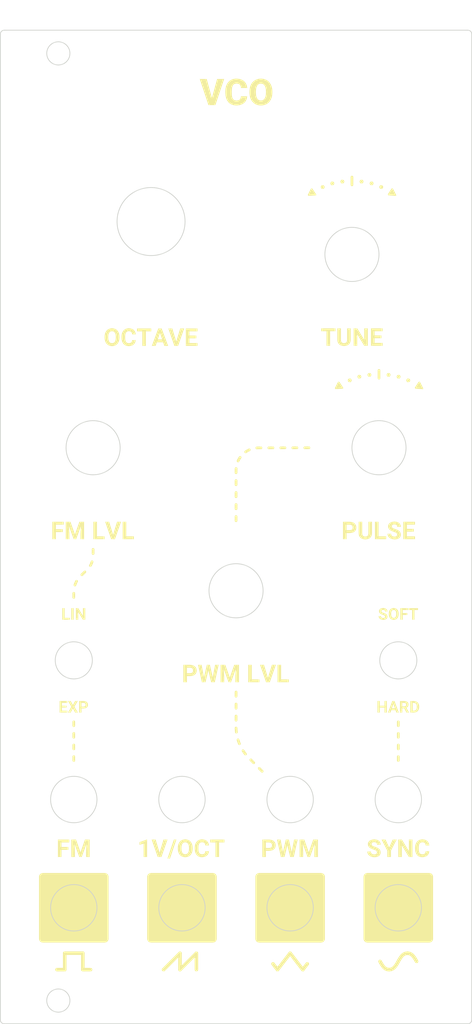
<source format=kicad_pcb>
(kicad_pcb (version 20241229) (generator "pcbnew") (generator_version "9.0")
  (layers (0 "F.Cu" signal) (2 "B.Cu" signal) (13 "F.Paste" user) (15 "B.Paste" user) (5 "F.SilkS" user "F.Silkscreen") (7 "B.SilkS" user "B.Silkscreen") (1 "F.Mask" user) (3 "B.Mask" user) (25 "Edge.Cuts" user))
  (net 0 "")
  (footprint "kibuzzard-635AC0E4" (layer "F.Cu") (at 123.500002 66.204188)
    (property "Reference" "kibuzzard-635AC0E4" (hide yes))
    (property "Value" "G***" (hide yes))
  )
  (footprint "kibuzzard-635AC10D" (layer "F.Cu") (at 149.500002 66.204188)
    (property "Reference" "kibuzzard-635AC10D" (hide yes))
    (property "Value" "G***" (hide yes))
  )
  (footprint "kibuzzard-635AC639" (layer "F.Cu") (at 134.5 34.499998)
    (property "Reference" "kibuzzard-635AC639" (hide yes))
    (property "Value" "G***" (hide yes))
  )
  (footprint "kibuzzard-63713239" (layer "F.Cu") (at 113.5 114.005134)
    (property "Reference" "kibuzzard-63713239" (hide yes))
    (property "Value" "G***" (hide yes))
  )
  (footprint "kibuzzard-63713232" (layer "F.Cu") (at 113.5 101.994998)
    (property "Reference" "kibuzzard-63713232" (hide yes))
    (property "Value" "G***" (hide yes))
  )
  (footprint "kibuzzard-635ABEBE" (layer "F.Cu") (at 155.500001 132.30497)
    (property "Reference" "kibuzzard-635ABEBE" (hide yes))
    (property "Value" "G***" (hide yes))
  )
  (footprint "kibuzzard-635ABE4D" (layer "F.Cu") (at 127.500001 132.38507)
    (property "Reference" "kibuzzard-635ABE4D" (hide yes))
    (property "Value" "G***" (hide yes))
  )
  (footprint "kibuzzard-635ABEB4" (layer "F.Cu") (at 141.500001 132.30497)
    (property "Reference" "kibuzzard-635ABEB4" (hide yes))
    (property "Value" "G***" (hide yes))
  )
  (footprint "kibuzzard-63713208" (layer "F.Cu") (at 155.500001 101.994998)
    (property "Reference" "kibuzzard-63713208" (hide yes))
    (property "Value" "G***" (hide yes))
  )
  (footprint "kibuzzard-6371327E" (layer "F.Cu") (at 134.5 109.704188)
    (property "Reference" "kibuzzard-6371327E" (hide yes))
    (property "Value" "G***" (hide yes))
  )
  (footprint "kibuzzard-635B9CEE" (layer "F.Cu") (at 116 91.204188)
    (property "Reference" "kibuzzard-635B9CEE" (hide yes))
    (property "Value" "G***" (hide yes))
  )
  (footprint "kibuzzard-635B9D14" (layer "F.Cu") (at 153.000001 91.204188)
    (property "Reference" "kibuzzard-635B9D14" (hide yes))
    (property "Value" "G***" (hide yes))
  )
  (footprint "kibuzzard-63713213" (layer "F.Cu") (at 155.500001 114.004998)
    (property "Reference" "kibuzzard-63713213" (hide yes))
    (property "Value" "G***" (hide yes))
  )
  (footprint "kibuzzard-635AD555" (layer "F.Cu") (at 113.500001 132.30497)
    (property "Reference" "kibuzzard-635AD555" (hide yes))
    (property "Value" "G***" (hide yes))
  )
  (gr_line (start 157.309986 146.136207) (end 157.309986 146.136207) (stroke (width 0.456789)) (layer "F.SilkS"))
  (gr_poly (pts (xy 139.282207 80.339165) (xy 139.291165 80.339843) (xy 139.299995 80.340961) (xy 139.308686 80.342507) (xy 139.317226 80.344469) (xy 139.325605 80.346838) (xy 139.33381 80.349602) (xy 139.341831 80.35275) (xy 139.349657 80.356271) (xy 139.357276 80.360154) (xy 139.364677 80.364389) (xy 139.371849 80.368963) (xy 139.378781 80.373867) (xy 139.385461 80.379089) (xy 139.391879 80.384617) (xy 139.398022 80.390443) (xy 139.40388 80.396553) (xy 139.409441 80.402938) (xy 139.414695 80.409586) (xy 139.419629 80.416486) (xy 139.424234 80.423628) (xy 139.428496 80.431) (xy 139.432407 80.438591) (xy 139.435953 80.44639) (xy 139.439124 80.454388) (xy 139.441909 80.462571) (xy 139.444296 80.470929) (xy 139.446275 80.479452) (xy 139.447833 80.488129) (xy 139.44896 80.496948) (xy 139.449644 80.505898) (xy 139.449875 80.514969) (xy 139.449646 80.524043) (xy 139.448968 80.533001) (xy 139.44785 80.54183) (xy 139.446305 80.550521) (xy 139.444342 80.559061) (xy 139.441974 80.567439) (xy 139.43921 80.575644) (xy 139.436063 80.583666) (xy 139.432542 80.591492) (xy 139.428659 80.599111) (xy 139.424425 80.606513) (xy 139.419851 80.613685) (xy 139.414948 80.620617) (xy 139.409727 80.627298) (xy 139.404198 80.633716) (xy 139.398373 80.639859) (xy 139.392262 80.645718) (xy 139.385878 80.65128) (xy 139.37923 80.656534) (xy 139.372329 80.661469) (xy 139.365188 80.666074) (xy 139.357815 80.670337) (xy 139.350224 80.674248) (xy 139.342424 80.677795) (xy 139.334426 80.680967) (xy 139.326242 80.683752) (xy 139.317882 80.686139) (xy 139.309358 80.688118) (xy 139.30068 80.689677) (xy 139.291859 80.690804) (xy 139.282907 80.691488) (xy 139.273834 80.691719) (xy 138.744675 80.692772) (xy 138.735601 80.692543) (xy 138.726644 80.691865) (xy 138.717815 80.690747) (xy 138.709126 80.689201) (xy 138.700586 80.687239) (xy 138.692208 80.68487) (xy 138.684003 80.682107) (xy 138.675982 80.678959) (xy 138.668157 80.675438) (xy 138.660538 80.671555) (xy 138.653136 80.667321) (xy 138.645964 80.662747) (xy 138.639033 80.657843) (xy 138.632352 80.652622) (xy 138.625935 80.647093) (xy 138.619791 80.641268) (xy 138.613933 80.635158) (xy 138.608371 80.628773) (xy 138.603117 80.622125) (xy 138.598182 80.615225) (xy 138.593577 80.608083) (xy 138.589314 80.600711) (xy 138.585403 80.59312) (xy 138.581856 80.585321) (xy 138.578684 80.577324) (xy 138.575899 80.56914) (xy 138.573512 80.560781) (xy 138.571533 80.552258) (xy 138.569974 80.543581) (xy 138.568847 80.534761) (xy 138.568163 80.52581) (xy 138.567932 80.516739) (xy 138.568161 80.507665) (xy 138.56884 80.498707) (xy 138.569957 80.489878) (xy 138.571503 80.481187) (xy 138.573467 80.472648) (xy 138.575836 80.46427) (xy 138.5786 80.456064) (xy 138.581748 80.448043) (xy 138.58527 80.440217) (xy 138.589153 80.432599) (xy 138.593388 80.425197) (xy 138.597963 80.418025) (xy 138.602867 80.411093) (xy 138.608089 80.404413) (xy 138.613618 80.397996) (xy 138.619444 80.391852) (xy 138.625554 80.385994) (xy 138.631939 80.380433) (xy 138.638587 80.375179) (xy 138.645487 80.370244) (xy 138.652629 80.365639) (xy 138.66 80.361376) (xy 138.667591 80.357466) (xy 138.67539 80.353919) (xy 138.683386 80.350748) (xy 138.691569 80.347963) (xy 138.699926 80.345576) (xy 138.708448 80.343597) (xy 138.717123 80.342038) (xy 138.72594 80.340911) (xy 138.734889 80.340227) (xy 138.743958 80.339996) (xy 139.273132 80.338936)) (fill yes) (layer "F.SilkS"))
  (gr_line (start 154.710237 147.910651) (end 154.710237 147.910651) (stroke (width 0.456789)) (layer "F.SilkS"))
  (gr_line (start 156.886689 145.899848) (end 156.886689 145.899848) (stroke (width 0.456789)) (layer "F.SilkS"))
  (gr_line (start 113.5 119.450265) (end 113.5 118.950265) (stroke (width 0.35)) (layer "F.SilkS"))
  (gr_line (start 155.5 116.450267) (end 155.5 115.950267) (stroke (width 0.35)) (layer "F.SilkS"))
  (gr_line (start 112.325742 145.8721) (end 114.671512 145.8721) (stroke (width 0.456789)) (layer "F.SilkS"))
  (gr_line (start 153.422709 147.420295) (end 153.482676 147.508483) (stroke (width 0.456789)) (layer "F.SilkS"))
  (gr_line (start 154.107039 147.977668) (end 154.209336 147.995315) (stroke (width 0.456789)) (layer "F.SilkS"))
  (gr_line (start 154.107039 147.977668) (end 154.107039 147.977668) (stroke (width 0.456789)) (layer "F.SilkS"))
  (gr_line (start 155.722622 146.548949) (end 155.846084 146.369025) (stroke (width 0.456789)) (layer "F.SilkS"))
  (gr_line (start 156.470447 145.899848) (end 156.678567 145.875152) (stroke (width 0.456789)) (layer "F.SilkS"))
  (gr_line (start 154.318688 148.002364) (end 154.318688 148.002364) (stroke (width 0.456789)) (layer "F.SilkS"))
  (gr_line (start 153.687269 147.741317) (end 153.761346 147.804816) (stroke (width 0.456789)) (layer "F.SilkS"))
  (gr_poly (pts (xy 147.423046 72.798857) (xy 147.785991 72.078947) (xy 148.22754 72.746057)) (stroke (width 0.25)) (fill yes) (layer "F.SilkS"))
  (gr_line (start 113.5 117.950265) (end 113.5 117.450265) (stroke (width 0.35)) (layer "F.SilkS"))
  (gr_poly (pts (xy 134.51 111.926707) (xy 134.518953 111.927389) (xy 134.527776 111.928511) (xy 134.536459 111.930063) (xy 134.544989 111.932033) (xy 134.553356 111.934411) (xy 134.56155 111.937186) (xy 134.569558 111.940345) (xy 134.57737 111.943879) (xy 134.584975 111.947776) (xy 134.592361 111.952024) (xy 134.599517 111.956614) (xy 134.606433 111.961533) (xy 134.613097 111.96677) (xy 134.619497 111.972315) (xy 134.625624 111.978157) (xy 134.631466 111.984284) (xy 134.637011 111.990684) (xy 134.642249 111.997349) (xy 134.647168 112.004264) (xy 134.651757 112.011421) (xy 134.656006 112.018807) (xy 134.659903 112.026412) (xy 134.663437 112.034225) (xy 134.666597 112.042234) (xy 134.669371 112.050428) (xy 134.671749 112.058796) (xy 134.67372 112.067327) (xy 134.675272 112.076011) (xy 134.676394 112.084835) (xy 134.677076 112.093789) (xy 134.677306 112.102861) (xy 134.677306 112.632029) (xy 134.677076 112.6411) (xy 134.676394 112.650054) (xy 134.675272 112.658877) (xy 134.67372 112.66756) (xy 134.671749 112.676091) (xy 134.669371 112.684459) (xy 134.666597 112.692653) (xy 134.663437 112.700662) (xy 134.659903 112.708474) (xy 134.656006 112.716079) (xy 134.651757 112.723465) (xy 134.647168 112.730622) (xy 134.642249 112.737538) (xy 134.637011 112.744202) (xy 134.631466 112.750603) (xy 134.625624 112.75673) (xy 134.619497 112.762572) (xy 134.613097 112.768117) (xy 134.606433 112.773355) (xy 134.599517 112.778274) (xy 134.592361 112.782864) (xy 134.584975 112.787113) (xy 134.57737 112.79101) (xy 134.569558 112.794543) (xy 134.56155 112.797703) (xy 134.553356 112.800478) (xy 134.544989 112.802856) (xy 134.536459 112.804827) (xy 134.527776 112.806379) (xy 134.518953 112.807501) (xy 134.51 112.808183) (xy 134.500929 112.808412) (xy 134.491855 112.808183) (xy 134.4829 112.807501) (xy 134.474075 112.806379) (xy 134.465391 112.804827) (xy 134.456859 112.802856) (xy 134.448489 112.800478) (xy 134.440295 112.797703) (xy 134.432285 112.794543) (xy 134.424472 112.79101) (xy 134.416867 112.787113) (xy 134.40948 112.782864) (xy 134.402323 112.778274) (xy 134.395407 112.773355) (xy 134.388743 112.768117) (xy 134.382342 112.762572) (xy 134.376215 112.75673) (xy 134.370374 112.750603) (xy 134.364829 112.744202) (xy 134.359591 112.737538) (xy 134.354672 112.730622) (xy 134.350083 112.723465) (xy 134.345835 112.716079) (xy 134.341938 112.708474) (xy 134.338405 112.700662) (xy 134.335245 112.692653) (xy 134.332471 112.684459) (xy 134.330093 112.676091) (xy 134.328123 112.66756) (xy 134.326571 112.658877) (xy 134.325449 112.650054) (xy 134.324767 112.6411) (xy 134.324538 112.632029) (xy 134.324538 112.102861) (xy 134.324767 112.093789) (xy 134.325449 112.084835) (xy 134.326571 112.076011) (xy 134.328123 112.067327) (xy 134.330093 112.058796) (xy 134.332471 112.050428) (xy 134.335245 112.042234) (xy 134.338405 112.034225) (xy 134.341938 112.026412) (xy 134.345835 112.018807) (xy 134.350083 112.011421) (xy 134.354672 112.004264) (xy 134.359591 111.997349) (xy 134.364829 111.990684) (xy 134.370374 111.984284) (xy 134.376215 111.978157) (xy 134.382342 111.972315) (xy 134.388743 111.96677) (xy 134.395407 111.961533) (xy 134.402323 111.956614) (xy 134.40948 111.952024) (xy 134.416867 111.947776) (xy 134.424472 111.943879) (xy 134.432285 111.940345) (xy 134.440295 111.937186) (xy 134.448489 111.934411) (xy 134.456859 111.932033) (xy 134.465391 111.930063) (xy 134.474075 111.928511) (xy 134.4829 111.927389) (xy 134.491855 111.926707) (xy 134.500929 111.926477)) (fill yes) (layer "F.SilkS"))
  (gr_line (start 156.78792 145.878684) (end 156.78792 145.878684) (stroke (width 0.456789)) (layer "F.SilkS"))
  (gr_line (start 114.671512 145.8721) (end 114.671512 147.999313) (stroke (width 0.456789)) (layer "F.SilkS"))
  (gr_line (start 157.309986 146.136207) (end 157.380536 146.206756) (stroke (width 0.456789)) (layer "F.SilkS"))
  (gr_line (start 155.5 119.450265) (end 155.5 118.950265) (stroke (width 0.35)) (layer "F.SilkS"))
  (gr_poly (pts (xy 143.938868 80.331374) (xy 143.947825 80.332026) (xy 143.956654 80.333121) (xy 143.965343 80.334647) (xy 143.973883 80.336593) (xy 143.982261 80.338949) (xy 143.990466 80.341702) (xy 143.998487 80.344843) (xy 144.006312 80.348359) (xy 144.013931 80.35224) (xy 144.021333 80.356474) (xy 144.028505 80.36105) (xy 144.035437 80.365957) (xy 144.042117 80.371184) (xy 144.048534 80.37672) (xy 144.054678 80.382553) (xy 144.060536 80.388673) (xy 144.066098 80.395067) (xy 144.071352 80.401725) (xy 144.076287 80.408637) (xy 144.080892 80.415789) (xy 144.085155 80.423172) (xy 144.089066 80.430775) (xy 144.092613 80.438585) (xy 144.095784 80.446593) (xy 144.09857 80.454786) (xy 144.100957 80.463153) (xy 144.102936 80.471684) (xy 144.104495 80.480367) (xy 144.105622 80.489191) (xy 144.106306 80.498145) (xy 144.106537 80.507218) (xy 144.106308 80.51629) (xy 144.10563 80.525244) (xy 144.104512 80.534068) (xy 144.102967 80.542752) (xy 144.101004 80.551284) (xy 144.098636 80.559653) (xy 144.095872 80.567849) (xy 144.092725 80.575859) (xy 144.089204 80.583674) (xy 144.085321 80.591282) (xy 144.081087 80.598672) (xy 144.076513 80.605833) (xy 144.07161 80.612754) (xy 144.066389 80.619424) (xy 144.06086 80.625831) (xy 144.055035 80.631966) (xy 144.048924 80.637816) (xy 144.04254 80.643371) (xy 144.035891 80.64862) (xy 144.028991 80.653551) (xy 144.021849 80.658154) (xy 144.014477 80.662417) (xy 144.006886 80.66633) (xy 143.999085 80.669882) (xy 143.991088 80.673061) (xy 143.982904 80.675856) (xy 143.974544 80.678256) (xy 143.96602 80.680251) (xy 143.957342 80.681829) (xy 143.948521 80.682979) (xy 143.939569 80.683691) (xy 143.930496 80.683952) (xy 143.401337 80.684662) (xy 143.392263 80.684465) (xy 143.383306 80.683814) (xy 143.374477 80.68272) (xy 143.365787 80.681194) (xy 143.357248 80.679248) (xy 143.34887 80.676893) (xy 143.340665 80.67414) (xy 143.332644 80.671) (xy 143.324819 80.667484) (xy 143.3172 80.663604) (xy 143.309799 80.65937) (xy 143.302626 80.654794) (xy 143.295694 80.649887) (xy 143.289014 80.64466) (xy 143.282596 80.639124) (xy 143.276453 80.633291) (xy 143.270595 80.627172) (xy 143.265033 80.620777) (xy 143.259779 80.614119) (xy 143.254844 80.607207) (xy 143.250239 80.600055) (xy 143.245975 80.592671) (xy 143.242065 80.585069) (xy 143.238518 80.577258) (xy 143.235346 80.56925) (xy 143.232561 80.561057) (xy 143.230174 80.552688) (xy 143.228195 80.544157) (xy 143.226636 80.535474) (xy 143.225509 80.526649) (xy 143.224825 80.517695) (xy 143.224594 80.508621) (xy 143.224823 80.499549) (xy 143.225501 80.490596) (xy 143.226619 80.481772) (xy 143.228165 80.473089) (xy 143.230128 80.464557) (xy 143.232496 80.456188) (xy 143.23526 80.447993) (xy 143.238408 80.439982) (xy 143.241929 80.432168) (xy 143.245812 80.42456) (xy 143.250047 80.41717) (xy 143.254621 80.410009) (xy 143.259524 80.403088) (xy 143.264746 80.396418) (xy 143.270275 80.39001) (xy 143.2761 80.383875) (xy 143.282211 80.378024) (xy 143.288595 80.372469) (xy 143.295243 80.36722) (xy 143.302143 80.362288) (xy 143.309284 80.357685) (xy 143.316655 80.35342) (xy 143.324246 80.349507) (xy 143.332046 80.345955) (xy 143.340042 80.342775) (xy 143.348225 80.33998) (xy 143.356583 80.337578) (xy 143.365106 80.335583) (xy 143.373781 80.334004) (xy 143.3826 80.332853) (xy 143.391549 80.332141) (xy 143.40062 80.331879) (xy 143.929794 80.331177)) (fill yes) (layer "F.SilkS"))
  (gr_line (start 113.5 120.950265) (end 113.5 120.450265) (stroke (width 0.35)) (layer "F.SilkS"))
  (gr_line (start 155.5 120.950265) (end 155.5 120.450265) (stroke (width 0.35)) (layer "F.SilkS"))
  (gr_line (start 157.235909 146.069183) (end 157.309986 146.136207) (stroke (width 0.456789)) (layer "F.SilkS"))
  (gr_line (start 157.073646 145.966872) (end 157.154777 146.012733) (stroke (width 0.456789)) (layer "F.SilkS"))
  (gr_line (start 154.318688 148.002364) (end 154.526808 147.977668) (stroke (width 0.456789)) (layer "F.SilkS"))
  (gr_poly (pts (xy 114.941309 96.383861) (xy 114.949737 96.38463) (xy 114.958125 96.385803) (xy 114.966458 96.387378) (xy 114.974721 96.389355) (xy 114.982898 96.391733) (xy 114.990973 96.394514) (xy 114.99893 96.397695) (xy 115.006754 96.401277) (xy 115.01443 96.405261) (xy 115.02194 96.409644) (xy 115.029271 96.414428) (xy 115.036407 96.419612) (xy 115.04333 96.425196) (xy 115.050027 96.431179) (xy 115.05648 96.437561) (xy 115.062604 96.444262) (xy 115.068322 96.451191) (xy 115.073633 96.458333) (xy 115.078538 96.465671) (xy 115.083037 96.47319) (xy 115.08713 96.480874) (xy 115.090818 96.488707) (xy 115.094101 96.496674) (xy 115.096979 96.504759) (xy 115.099452 96.512946) (xy 115.101521 96.521218) (xy 115.103184 96.529562) (xy 115.104445 96.53796) (xy 115.1053 96.546397) (xy 115.105753 96.554858) (xy 115.105802 96.563326) (xy 115.105447 96.571786) (xy 115.104689 96.580221) (xy 115.103529 96.588617) (xy 115.101966 96.596958) (xy 115.1 96.605227) (xy 115.097633 96.613409) (xy 115.094863 96.621488) (xy 115.091691 96.629448) (xy 115.088118 96.637275) (xy 115.084144 96.644951) (xy 115.079768 96.652461) (xy 115.074992 96.65979) (xy 115.069814 96.666921) (xy 115.064236 96.67384) (xy 115.058258 96.680529) (xy 115.05188 96.686974) (xy 114.670334 97.053864) (xy 114.663635 97.059976) (xy 114.656707 97.065683) (xy 114.649566 97.070982) (xy 114.642228 97.075875) (xy 114.634707 97.080362) (xy 114.627021 97.084443) (xy 114.619185 97.088119) (xy 114.611214 97.091389) (xy 114.603125 97.094254) (xy 114.594934 97.096714) (xy 114.586655 97.09877) (xy 114.578305 97.100421) (xy 114.5699 97.101668) (xy 114.561455 97.102512) (xy 114.552987 97.102952) (xy 114.544511 97.102988) (xy 114.536042 97.102622) (xy 114.527598 97.101852) (xy 114.519193 97.10068) (xy 114.510843 97.099106) (xy 114.502564 97.09713) (xy 114.494372 97.094752) (xy 114.486283 97.091972) (xy 114.478312 97.088791) (xy 114.470476 97.085209) (xy 114.46279 97.081227) (xy 114.455269 97.076843) (xy 114.44793 97.072059) (xy 114.440789 97.066876) (xy 114.433861 97.061292) (xy 114.427162 97.055309) (xy 114.420708 97.048927) (xy 114.414584 97.042226) (xy 114.408869 97.035296) (xy 114.403563 97.028154) (xy 114.398664 97.020815) (xy 114.394173 97.013296) (xy 114.390089 97.005612) (xy 114.386412 96.997778) (xy 114.383141 96.989811) (xy 114.380277 96.981726) (xy 114.377818 96.973539) (xy 114.375765 96.965267) (xy 114.374117 96.956923) (xy 114.372874 96.948525) (xy 114.372035 96.940088) (xy 114.3716 96.931627) (xy 114.371569 96.92316) (xy 114.371941 96.9147) (xy 114.372716 96.906265) (xy 114.373894 96.897869) (xy 114.375474 96.889529) (xy 114.377456 96.88126) (xy 114.37984 96.873078) (xy 114.382625 96.864999) (xy 114.385811 96.857039) (xy 114.389398 96.849213) (xy 114.393384 96.841537) (xy 114.397771 96.834027) (xy 114.402557 96.826698) (xy 114.407742 96.819567) (xy 114.413326 96.812649) (xy 114.419309 96.805959) (xy 114.42569 96.799515) (xy 114.807228 96.432617) (xy 114.813925 96.426504) (xy 114.820849 96.420797) (xy 114.827985 96.415497) (xy 114.835316 96.410604) (xy 114.842827 96.406117) (xy 114.850503 96.402035) (xy 114.858327 96.39836) (xy 114.866285 96.39509) (xy 114.87436 96.392225) (xy 114.882537 96.389765) (xy 114.8908 96.38771) (xy 114.899133 96.386059) (xy 114.907522 96.384812) (xy 114.915949 96.383969) (xy 114.9244 96.383529) (xy 114.932858 96.383493)) (fill yes) (layer "F.SilkS"))
  (gr_line (start 139.28161 147.249435) (end 139.863643 148.004371) (stroke (width 0.456789)) (layer "F.SilkS"))
  (gr_line (start 139.863643 148.004371) (end 141.500391 145.877158) (stroke (width 0.456789)) (layer "F.SilkS"))
  (gr_line (start 153.92361 147.910651) (end 153.92361 147.910651) (stroke (width 0.456789)) (layer "F.SilkS"))
  (gr_poly (pts (xy 136.419617 120.694404) (xy 136.428056 120.695035) (xy 136.436463 120.69607) (xy 136.444822 120.697509) (xy 136.453117 120.699351) (xy 136.461334 120.701597) (xy 136.469456 120.704247) (xy 136.477468 120.707301) (xy 136.485354 120.710759) (xy 136.4931 120.71462) (xy 136.500688 120.718884) (xy 136.508104 120.723552) (xy 136.515333 120.728623) (xy 136.522358 120.734097) (xy 136.529164 120.739975) (xy 136.535735 120.746256) (xy 136.908278 121.121958) (xy 136.914524 121.128563) (xy 136.920365 121.135402) (xy 136.925801 121.142459) (xy 136.930833 121.14972) (xy 136.935459 121.157168) (xy 136.939681 121.164787) (xy 136.943498 121.172561) (xy 136.94691 121.180475) (xy 136.949918 121.188513) (xy 136.952521 121.19666) (xy 136.95472 121.204899) (xy 136.956514 121.213215) (xy 136.957904 121.221592) (xy 136.95889 121.230014) (xy 136.959471 121.238465) (xy 136.959648 121.24693) (xy 136.959422 121.255393) (xy 136.958791 121.263838) (xy 136.957757 121.27225) (xy 136.956318 121.280612) (xy 136.954475 121.288909) (xy 136.95223 121.297125) (xy 136.94958 121.305245) (xy 136.946526 121.313252) (xy 136.943069 121.321131) (xy 136.939209 121.328866) (xy 136.934945 121.336441) (xy 136.930277 121.343841) (xy 136.925207 121.351049) (xy 136.919733 121.358051) (xy 136.913856 121.36483) (xy 136.907576 121.37137) (xy 136.900971 121.377584) (xy 136.894131 121.383396) (xy 136.887072 121.388804) (xy 136.879811 121.393809) (xy 136.872363 121.398411) (xy 136.864744 121.40261) (xy 136.856969 121.406406) (xy 136.849054 121.409799) (xy 136.841015 121.412789) (xy 136.832869 121.415376) (xy 136.824629 121.41756) (xy 136.816313 121.419341) (xy 136.807936 121.420719) (xy 136.799514 121.421694) (xy 136.791062 121.422265) (xy 136.782597 121.422434) (xy 136.774134 121.422199) (xy 136.765689 121.421562) (xy 136.757277 121.420521) (xy 136.748915 121.419078) (xy 136.740618 121.417231) (xy 136.732401 121.414982) (xy 136.724282 121.412329) (xy 136.716274 121.409273) (xy 136.708395 121.405814) (xy 136.70066 121.401952) (xy 136.693085 121.397687) (xy 136.685685 121.393019) (xy 136.678477 121.387949) (xy 136.671475 121.382475) (xy 136.664696 121.376597) (xy 136.658156 121.370317) (xy 136.285261 120.994959) (xy 136.279046 120.988354) (xy 136.273234 120.981515) (xy 136.267824 120.974457) (xy 136.262818 120.967197) (xy 136.258215 120.959749) (xy 136.254016 120.952131) (xy 136.250219 120.944356) (xy 136.246826 120.936442) (xy 136.243836 120.928404) (xy 136.241249 120.920258) (xy 136.239065 120.912019) (xy 136.237284 120.903704) (xy 136.235906 120.895328) (xy 136.234932 120.886906) (xy 136.234361 120.878455) (xy 136.234192 120.86999) (xy 136.234427 120.861528) (xy 136.235065 120.853083) (xy 136.236106 120.844671) (xy 136.23755 120.83631) (xy 136.239397 120.828013) (xy 136.241647 120.819797) (xy 136.2443 120.811678) (xy 136.247357 120.803671) (xy 136.250816 120.795792) (xy 136.254678 120.788058) (xy 136.258943 120.780482) (xy 136.263612 120.773083) (xy 136.268683 120.765875) (xy 136.274157 120.758873) (xy 136.280034 120.752094) (xy 136.286314 120.745554) (xy 136.292919 120.739307) (xy 136.299756 120.733465) (xy 136.30681 120.728028) (xy 136.314065 120.722997) (xy 136.321506 120.71837) (xy 136.329117 120.714148) (xy 136.336882 120.71033) (xy 136.344787 120.706918) (xy 136.352815 120.703909) (xy 136.360951 120.701306) (xy 136.36918 120.699107) (xy 136.377485 120.697312) (xy 136.385851 120.695922) (xy 136.394263 120.694936) (xy 136.402705 120.694355) (xy 136.411162 120.694177)) (fill yes) (layer "F.SilkS"))
  (gr_line (start 157.578075 146.457221) (end 157.578075 146.457221) (stroke (width 0.456789)) (layer "F.SilkS"))
  (gr_line (start 153.761346 147.804816) (end 153.838951 147.861259) (stroke (width 0.456789)) (layer "F.SilkS"))
  (gr_line (start 154.526808 147.977668) (end 154.710237 147.910651) (stroke (width 0.456789)) (layer "F.SilkS"))
  (gr_line (start 155.722622 146.548949) (end 155.722622 146.548949) (stroke (width 0.456789)) (layer "F.SilkS"))
  (gr_line (start 154.872501 147.804816) (end 155.017128 147.67076) (stroke (width 0.456789)) (layer "F.SilkS"))
  (gr_line (start 157.51458 146.369025) (end 157.578075 146.457221) (stroke (width 0.456789)) (layer "F.SilkS"))
  (gr_line (start 155.387513 147.138084) (end 155.496864 146.936996) (stroke (width 0.456789)) (layer "F.SilkS"))
  (gr_line (start 157.154777 146.012733) (end 157.154777 146.012733) (stroke (width 0.456789)) (layer "F.SilkS"))
  (gr_line (start 143.137141 148.004371) (end 143.137141 148.004371) (stroke (width 0.456789)) (layer "F.SilkS"))
  (gr_line (start 141.500391 145.877158) (end 143.137141 148.004371) (stroke (width 0.456789)) (layer "F.SilkS"))
  (gr_poly (pts (xy 135.0367 81.578294) (xy 135.045189 81.579062) (xy 135.053656 81.580243) (xy 135.062083 81.581842) (xy 135.070456 81.583862) (xy 135.07876 81.586304) (xy 135.086978 81.589172) (xy 135.095096 81.592468) (xy 135.103097 81.596195) (xy 135.110967 81.600357) (xy 135.118691 81.604955) (xy 135.126251 81.609993) (xy 135.133548 81.615376) (xy 135.140486 81.621064) (xy 135.147063 81.627041) (xy 135.153278 81.633291) (xy 135.159126 81.639799) (xy 135.164606 81.646549) (xy 135.169715 81.653525) (xy 135.17445 81.660711) (xy 135.178809 81.668093) (xy 135.18279 81.675653) (xy 135.186389 81.683377) (xy 135.189604 81.691248) (xy 135.192432 81.699252) (xy 135.194872 81.707372) (xy 135.196919 81.715593) (xy 135.198572 81.723898) (xy 135.199828 81.732273) (xy 135.200685 81.740701) (xy 135.20114 81.749167) (xy 135.20119 81.757655) (xy 135.200833 81.76615) (xy 135.200066 81.774636) (xy 135.198886 81.783096) (xy 135.197291 81.791516) (xy 135.195279 81.79988) (xy 135.192846 81.808172) (xy 135.189991 81.816375) (xy 135.18671 81.824476) (xy 135.183001 81.832457) (xy 135.178862 81.840304) (xy 135.174289 81.848) (xy 135.169281 81.85553) (xy 135.134265 81.906607) (xy 135.100388 81.9585) (xy 135.067666 82.011195) (xy 135.036118 82.06468) (xy 135.005759 82.118943) (xy 134.976608 82.17397) (xy 134.948682 82.22975) (xy 134.921997 82.28627) (xy 134.918008 82.294394) (xy 134.913657 82.302225) (xy 134.90896 82.309757) (xy 134.903931 82.316985) (xy 134.898585 82.323903) (xy 134.892937 82.330506) (xy 134.887001 82.336787) (xy 134.880793 82.342742) (xy 134.874326 82.348365) (xy 134.867617 82.35365) (xy 134.86068 82.358591) (xy 134.853529 82.363183) (xy 134.846179 82.36742) (xy 134.838646 82.371297) (xy 134.830943 82.374808) (xy 134.823086 82.377947) (xy 134.815089 82.380709) (xy 134.806968 82.383088) (xy 134.798736 82.385079) (xy 134.79041 82.386675) (xy 134.782003 82.387872) (xy 134.77353 82.388663) (xy 134.765006 82.389044) (xy 134.756447 82.389007) (xy 134.747866 82.388549) (xy 134.739279 82.387663) (xy 134.7307 82.386343) (xy 134.722144 82.384585) (xy 134.713625 82.382381) (xy 134.70516 82.379727) (xy 134.696762 82.376618) (xy 134.688446 82.373047) (xy 134.680292 82.369058) (xy 134.672432 82.364708) (xy 134.664873 82.360011) (xy 134.65762 82.354982) (xy 134.650678 82.349636) (xy 134.644053 82.343987) (xy 134.637751 82.33805) (xy 134.631778 82.331841) (xy 134.626137 82.325372) (xy 134.620837 82.31866) (xy 134.61588 82.311719) (xy 134.611275 82.304564) (xy 134.607025 82.29721) (xy 134.603137 82.28967) (xy 134.599616 82.281961) (xy 134.596468 82.274096) (xy 134.593698 82.266091) (xy 134.591312 82.25796) (xy 134.589315 82.249718) (xy 134.587713 82.24138) (xy 134.586511 82.232959) (xy 134.585716 82.224472) (xy 134.585332 82.215933) (xy 134.585365 82.207356) (xy 134.585822 82.198757) (xy 134.586706 82.190149) (xy 134.588024 82.181548) (xy 134.589782 82.172969) (xy 134.591985 82.164426) (xy 134.594638 82.155933) (xy 134.597747 82.147507) (xy 134.601318 82.13916) (xy 134.631408 82.075399) (xy 134.662925 82.012453) (xy 134.695841 81.950342) (xy 134.730125 81.889086) (xy 134.765749 81.828706) (xy 134.802681 81.769223) (xy 134.840894 81.710658) (xy 134.880356 81.65303) (xy 134.88577 81.645733) (xy 134.891485 81.638792) (xy 134.897485 81.63221) (xy 134.903756 81.62599) (xy 134.910281 81.620134) (xy 134.917045 81.614646) (xy 134.924033 81.609528) (xy 134.931229 81.604783) (xy 134.938618 81.600414) (xy 134.946184 81.596423) (xy 134.953912 81.592813) (xy 134.961786 81.589587) (xy 134.969792 81.586748) (xy 134.977913 81.584299) (xy 134.986134 81.582242) (xy 134.99444 81.58058) (xy 135.002815 81.579316) (xy 135.011244 81.578452) (xy 135.019712 81.577993) (xy 135.028202 81.577939)) (fill yes) (layer "F.SilkS"))
  (gr_line (start 157.578075 146.457221) (end 157.638041 146.548949) (stroke (width 0.456789)) (layer "F.SilkS"))
  (gr_circle (center 145.711886 46.787926) (end 145.941152 46.688239) (fill yes) (layer "F.SilkS"))
  (gr_line (start 155.496864 146.936996) (end 155.496864 146.936996) (stroke (width 0.456789)) (layer "F.SilkS"))
  (gr_line (start 156.287018 145.966872) (end 156.287018 145.966872) (stroke (width 0.456789)) (layer "F.SilkS"))
  (gr_rect (start 123.498628 135.999998) (end 131.498628 143.999998) (stroke (width 1)) (fill yes) (layer "F.SilkS"))
  (gr_line (start 153.362742 147.328567) (end 153.362742 147.328567) (stroke (width 0.456789)) (layer "F.SilkS"))
  (gr_circle (center 155.538512 71.316454) (end 155.77942 71.383264) (fill yes) (layer "F.SilkS"))
  (gr_line (start 153.61672 147.67076) (end 153.61672 147.67076) (stroke (width 0.456789)) (layer "F.SilkS"))
  (gr_line (start 156.98193 145.928062) (end 157.073646 145.966872) (stroke (width 0.456789)) (layer "F.SilkS"))
  (gr_poly (pts (xy 113.508312 99.155587) (xy 113.517269 99.156269) (xy 113.526095 99.157391) (xy 113.53478 99.158943) (xy 113.543313 99.160913) (xy 113.551682 99.163291) (xy 113.559878 99.166066) (xy 113.567888 99.169225) (xy 113.575701 99.172759) (xy 113.583306 99.176656) (xy 113.590693 99.180905) (xy 113.59785 99.185494) (xy 113.604766 99.190413) (xy 113.611429 99.195651) (xy 113.61783 99.201196) (xy 113.623957 99.207038) (xy 113.629798 99.213165) (xy 113.635342 99.219566) (xy 113.64058 99.22623) (xy 113.645498 99.233146) (xy 113.650087 99.240303) (xy 113.654335 99.24769) (xy 113.658231 99.255295) (xy 113.661764 99.263108) (xy 113.664923 99.271117) (xy 113.667696 99.279312) (xy 113.670074 99.287681) (xy 113.672044 99.296213) (xy 113.673596 99.304897) (xy 113.674718 99.313721) (xy 113.675399 99.322676) (xy 113.675629 99.331749) (xy 113.675629 99.860916) (xy 113.675399 99.869987) (xy 113.674718 99.87894) (xy 113.673596 99.887763) (xy 113.672044 99.896446) (xy 113.670074 99.904976) (xy 113.667696 99.913344) (xy 113.664923 99.921538) (xy 113.661764 99.929546) (xy 113.658231 99.937358) (xy 113.654335 99.944963) (xy 113.650087 99.95235) (xy 113.645498 99.959506) (xy 113.64058 99.966422) (xy 113.635342 99.973086) (xy 113.629798 99.979488) (xy 113.623957 99.985615) (xy 113.61783 99.991457) (xy 113.611429 99.997002) (xy 113.604766 100.00224) (xy 113.59785 100.00716) (xy 113.590693 100.01175) (xy 113.583306 100.015999) (xy 113.575701 100.019896) (xy 113.567888 100.02343) (xy 113.559878 100.02659) (xy 113.551682 100.029365) (xy 113.543313 100.031743) (xy 113.53478 100.033714) (xy 113.526095 100.035266) (xy 113.517269 100.036389) (xy 113.508312 100.03707) (xy 113.499237 100.0373) (xy 113.490162 100.03707) (xy 113.481206 100.036389) (xy 113.472379 100.035266) (xy 113.463694 100.033714) (xy 113.455161 100.031743) (xy 113.446792 100.029365) (xy 113.438596 100.02659) (xy 113.430587 100.02343) (xy 113.422773 100.019896) (xy 113.415168 100.015999) (xy 113.407781 100.01175) (xy 113.400624 100.00716) (xy 113.393708 100.00224) (xy 113.387045 99.997002) (xy 113.380644 99.991457) (xy 113.374518 99.985615) (xy 113.368676 99.979488) (xy 113.363132 99.973086) (xy 113.357895 99.966422) (xy 113.352976 99.959506) (xy 113.348387 99.95235) (xy 113.344139 99.944963) (xy 113.340243 99.937358) (xy 113.33671 99.929546) (xy 113.333551 99.921538) (xy 113.330778 99.913344) (xy 113.3284 99.904976) (xy 113.32643 99.896446) (xy 113.324878 99.887763) (xy 113.323756 99.87894) (xy 113.323075 99.869987) (xy 113.322845 99.860916) (xy 113.322845 99.331749) (xy 113.323075 99.322676) (xy 113.323756 99.313721) (xy 113.324878 99.304897) (xy 113.32643 99.296213) (xy 113.3284 99.287681) (xy 113.330778 99.279312) (xy 113.333551 99.271117) (xy 113.33671 99.263108) (xy 113.340243 99.255295) (xy 113.344139 99.24769) (xy 113.348387 99.240303) (xy 113.352976 99.233146) (xy 113.357895 99.22623) (xy 113.363132 99.219566) (xy 113.368676 99.213165) (xy 113.374518 99.207038) (xy 113.380644 99.201196) (xy 113.387045 99.195651) (xy 113.393708 99.190413) (xy 113.400624 99.185494) (xy 113.407781 99.180905) (xy 113.415168 99.176656) (xy 113.422773 99.172759) (xy 113.430587 99.169225) (xy 113.438596 99.166066) (xy 113.446792 99.163291) (xy 113.455161 99.160913) (xy 113.463694 99.158943) (xy 113.472379 99.157391) (xy 113.481206 99.156269) (xy 113.490162 99.155587) (xy 113.499237 99.155357)) (fill yes) (layer "F.SilkS"))
  (gr_line (start 156.678567 145.875152) (end 156.78792 145.878684) (stroke (width 0.456789)) (layer "F.SilkS"))
  (gr_line (start 139.863643 148.004371) (end 139.863643 148.004371) (stroke (width 0.456789)) (layer "F.SilkS"))
  (gr_line (start 155.609744 146.739448) (end 155.722622 146.548949) (stroke (width 0.456789)) (layer "F.SilkS"))
  (gr_line (start 112.325742 145.8721) (end 112.325742 145.8721) (stroke (width 0.456789)) (layer "F.SilkS"))
  (gr_line (start 153.189895 147.039306) (end 153.189895 147.039306) (stroke (width 0.456789)) (layer "F.SilkS"))
  (gr_line (start 154.015324 147.949455) (end 154.107039 147.977668) (stroke (width 0.456789)) (layer "F.SilkS"))
  (gr_line (start 153.246335 147.138084) (end 153.246335 147.138084) (stroke (width 0.456789)) (layer "F.SilkS"))
  (gr_line (start 154.209336 147.995315) (end 154.318688 148.002364) (stroke (width 0.456789)) (layer "F.SilkS"))
  (gr_poly (pts (xy 134.508796 89.230561) (xy 134.517749 89.231243) (xy 134.526572 89.232365) (xy 134.535255 89.233917) (xy 134.543785 89.235887) (xy 134.552152 89.238265) (xy 134.560346 89.24104) (xy 134.568354 89.244199) (xy 134.576166 89.247733) (xy 134.583771 89.25163) (xy 134.591157 89.255878) (xy 134.598313 89.260468) (xy 134.605229 89.265387) (xy 134.611893 89.270624) (xy 134.618293 89.276169) (xy 134.62442 89.282011) (xy 134.630262 89.288138) (xy 134.635807 89.294539) (xy 134.641045 89.301203) (xy 134.645964 89.308119) (xy 134.650553 89.315275) (xy 134.654802 89.322661) (xy 134.658699 89.330266) (xy 134.662233 89.338079) (xy 134.665393 89.346088) (xy 134.668167 89.354282) (xy 134.670545 89.36265) (xy 134.672516 89.371182) (xy 134.674068 89.379865) (xy 134.67519 89.388689) (xy 134.675872 89.397643) (xy 134.676102 89.406715) (xy 134.676102 89.935883) (xy 134.675872 89.944954) (xy 134.67519 89.953908) (xy 134.674068 89.962731) (xy 134.672516 89.971414) (xy 134.670545 89.979945) (xy 134.668167 89.988313) (xy 134.665393 89.996507) (xy 134.662233 90.004516) (xy 134.658699 90.012328) (xy 134.654802 90.019933) (xy 134.650553 90.027319) (xy 134.645964 90.034476) (xy 134.641045 90.041392) (xy 134.635807 90.048056) (xy 134.630262 90.054457) (xy 134.62442 90.060584) (xy 134.618293 90.066426) (xy 134.611893 90.071971) (xy 134.605229 90.077209) (xy 134.598313 90.082128) (xy 134.591157 90.086718) (xy 134.583771 90.090967) (xy 134.576166 90.094864) (xy 134.568354 90.098398) (xy 134.560346 90.101557) (xy 134.552152 90.104332) (xy 134.543785 90.10671) (xy 134.535255 90.108681) (xy 134.526572 90.110233) (xy 134.517749 90.111355) (xy 134.508796 90.112037) (xy 134.499725 90.112267) (xy 134.490651 90.112037) (xy 134.481696 90.111355) (xy 134.472871 90.110233) (xy 134.464187 90.108681) (xy 134.455655 90.10671) (xy 134.447285 90.104332) (xy 134.439091 90.101557) (xy 134.431081 90.098398) (xy 134.423268 90.094864) (xy 134.415663 90.090967) (xy 134.408276 90.086718) (xy 134.401119 90.082128) (xy 134.394203 90.077209) (xy 134.387539 90.071971) (xy 134.381138 90.066426) (xy 134.375011 90.060584) (xy 134.36917 90.054457) (xy 134.363625 90.048056) (xy 134.358387 90.041392) (xy 134.353468 90.034476) (xy 134.348879 90.027319) (xy 134.344631 90.019933) (xy 134.340734 90.012328) (xy 134.337201 90.004516) (xy 134.334041 89.996507) (xy 134.331267 89.988313) (xy 134.328889 89.979945) (xy 134.326919 89.971414) (xy 134.325367 89.962731) (xy 134.324245 89.953908) (xy 134.323563 89.944954) (xy 134.323334 89.935883) (xy 134.323334 89.406715) (xy 134.323563 89.397643) (xy 134.324245 89.388689) (xy 134.325367 89.379865) (xy 134.326919 89.371182) (xy 134.328889 89.36265) (xy 134.331267 89.354282) (xy 134.334041 89.346088) (xy 134.337201 89.338079) (xy 134.340734 89.330266) (xy 134.344631 89.322661) (xy 134.348879 89.315275) (xy 134.353468 89.308119) (xy 134.358387 89.301203) (xy 134.363625 89.294539) (xy 134.36917 89.288138) (xy 134.375011 89.282011) (xy 134.381138 89.276169) (xy 134.387539 89.270624) (xy 134.394203 89.265387) (xy 134.401119 89.260468) (xy 134.408276 89.255878) (xy 134.415663 89.25163) (xy 134.423268 89.247733) (xy 134.431081 89.244199) (xy 134.439091 89.24104) (xy 134.447285 89.238265) (xy 134.455655 89.235887) (xy 134.464187 89.233917) (xy 134.472871 89.232365) (xy 134.481696 89.231243) (xy 134.490651 89.230561) (xy 134.499725 89.230332)) (fill yes) (layer "F.SilkS"))
  (gr_rect (start 151.500002 135.999998) (end 159.500002 143.999998) (stroke (width 1)) (fill yes) (layer "F.SilkS"))
  (gr_line (start 153.546171 147.593147) (end 153.61672 147.67076) (stroke (width 0.456789)) (layer "F.SilkS"))
  (gr_line (start 154.015324 147.949455) (end 154.015324 147.949455) (stroke (width 0.456789)) (layer "F.SilkS"))
  (gr_circle (center 149.211886 71.787926) (end 149.441152 71.688239) (fill yes) (layer "F.SilkS"))
  (gr_line (start 157.51458 146.369025) (end 157.51458 146.369025) (stroke (width 0.456789)) (layer "F.SilkS"))
  (gr_line (start 155.496864 146.936996) (end 155.609744 146.739448) (stroke (width 0.456789)) (layer "F.SilkS"))
  (gr_line (start 155.151172 147.508483) (end 155.151172 147.508483) (stroke (width 0.456789)) (layer "F.SilkS"))
  (gr_line (start 129.372611 145.877158) (end 129.372611 148.004371) (stroke (width 0.456789)) (layer "F.SilkS"))
  (gr_circle (center 146.961491 46.316453) (end 147.202399 46.249644) (fill yes) (layer "F.SilkS"))
  (gr_circle (center 154.24 71.081271) (end 154.487862 71.113904) (fill yes) (layer "F.SilkS"))
  (gr_line (start 154.209336 147.995315) (end 154.209336 147.995315) (stroke (width 0.456789)) (layer "F.SilkS"))
  (gr_line (start 153.302775 147.233321) (end 153.302775 147.233321) (stroke (width 0.456789)) (layer "F.SilkS"))
  (gr_line (start 157.75092 146.739448) (end 157.75092 146.739448) (stroke (width 0.456789)) (layer "F.SilkS"))
  (gr_line (start 155.846084 146.369025) (end 155.976601 146.206756) (stroke (width 0.456789)) (layer "F.SilkS"))
  (gr_circle (center 150.74 46.081271) (end 150.987862 46.113904) (fill yes) (layer "F.SilkS"))
  (gr_poly (pts (xy 115.869043 95.082364) (xy 115.877727 95.0828) (xy 115.886432 95.083675) (xy 115.895146 95.084998) (xy 115.903852 95.086775) (xy 115.912538 95.089014) (xy 115.921188 95.091721) (xy 115.929725 95.094831) (xy 115.938004 95.098333) (xy 115.946017 95.102211) (xy 115.953757 95.106452) (xy 115.961218 95.111042) (xy 115.968394 95.115966) (xy 115.975276 95.12121) (xy 115.981859 95.126761) (xy 115.988134 95.132603) (xy 115.994097 95.138724) (xy 115.999739 95.145107) (xy 116.005053 95.151741) (xy 116.010033 95.15861) (xy 116.014672 95.1657) (xy 116.018963 95.172997) (xy 116.0229 95.180487) (xy 116.026474 95.188155) (xy 116.02968 95.195989) (xy 116.03251 95.203973) (xy 116.034958 95.212093) (xy 116.037017 95.220335) (xy 116.03868 95.228685) (xy 116.03994 95.23713) (xy 116.040789 95.245654) (xy 116.041222 95.254243) (xy 116.041231 95.262884) (xy 116.04081 95.271562) (xy 116.039951 95.280264) (xy 116.038649 95.288974) (xy 116.036894 95.297679) (xy 116.034682 95.306365) (xy 116.032005 95.315018) (xy 116.008569 95.381754) (xy 115.98342 95.447809) (xy 115.956573 95.513161) (xy 115.928041 95.57779) (xy 115.897836 95.641676) (xy 115.865973 95.704798) (xy 115.832465 95.767134) (xy 115.797325 95.828667) (xy 115.792553 95.836372) (xy 115.78745 95.843746) (xy 115.782031 95.850783) (xy 115.776312 95.857479) (xy 115.770308 95.863832) (xy 115.764035 95.869837) (xy 115.757506 95.875489) (xy 115.750739 95.880787) (xy 115.743747 95.885724) (xy 115.736547 95.890298) (xy 115.729153 95.894505) (xy 115.72158 95.89834) (xy 115.713845 95.9018) (xy 115.705961 95.904882) (xy 115.697945 95.90758) (xy 115.689812 95.909891) (xy 115.681576 95.911812) (xy 115.673253 95.913338) (xy 115.664859 95.914466) (xy 115.656408 95.915192) (xy 115.647916 95.915511) (xy 115.639398 95.91542) (xy 115.630869 95.914916) (xy 115.622344 95.913993) (xy 115.613839 95.912649) (xy 115.60537 95.910879) (xy 115.59695 95.90868) (xy 115.588596 95.906047) (xy 115.580322 95.902977) (xy 115.572144 95.899466) (xy 115.564078 95.895511) (xy 115.556137 95.891106) (xy 115.548428 95.886338) (xy 115.541051 95.881238) (xy 115.53401 95.875821) (xy 115.527308 95.870103) (xy 115.52095 95.864099) (xy 115.51494 95.857824) (xy 115.50928 95.851294) (xy 115.503976 95.844524) (xy 115.49903 95.837529) (xy 115.494447 95.830325) (xy 115.490231 95.822926) (xy 115.486386 95.815349) (xy 115.482915 95.807607) (xy 115.479822 95.799718) (xy 115.477112 95.791696) (xy 115.474787 95.783556) (xy 115.472852 95.775314) (xy 115.471311 95.766985) (xy 115.470167 95.758583) (xy 115.469425 95.750126) (xy 115.469088 95.741628) (xy 115.469161 95.733103) (xy 115.469646 95.724569) (xy 115.470549 95.716039) (xy 115.471872 95.707529) (xy 115.47362 95.699055) (xy 115.475796 95.690631) (xy 115.478405 95.682274) (xy 115.48145 95.673998) (xy 115.484935 95.665818) (xy 115.488864 95.657751) (xy 115.49324 95.649811) (xy 115.523866 95.596252) (xy 115.553051 95.541963) (xy 115.580789 95.486971) (xy 115.607077 95.431306) (xy 115.631909 95.374996) (xy 115.65528 95.31807) (xy 115.677187 95.260556) (xy 115.697624 95.202484) (xy 115.700737 95.193946) (xy 115.704242 95.185665) (xy 115.708126 95.177648) (xy 115.712373 95.169902) (xy 115.71697 95.162434) (xy 115.721903 95.155252) (xy 115.727156 95.148362) (xy 115.732717 95.141772) (xy 115.73857 95.135488) (xy 115.744702 95.129517) (xy 115.751098 95.123867) (xy 115.757744 95.118545) (xy 115.764625 95.113557) (xy 115.771728 95.10891) (xy 115.779038 95.104613) (xy 115.786541 95.100671) (xy 115.794223 95.097092) (xy 115.802068 95.093882) (xy 115.810065 95.09105) (xy 115.818196 95.088601) (xy 115.82645 95.086543) (xy 115.834811 95.084883) (xy 115.843265 95.083629) (xy 115.851798 95.082786) (xy 115.860395 95.082362)) (fill yes) (layer "F.SilkS"))
  (gr_line (start 127.245398 148.004371) (end 129.372611 145.877158) (stroke (width 0.456789)) (layer "F.SilkS"))
  (gr_poly (pts (xy 142.386652 80.333878) (xy 142.395609 80.33456) (xy 142.404438 80.335682) (xy 142.413128 80.337234) (xy 142.421667 80.339205) (xy 142.430045 80.341583) (xy 142.43825 80.344357) (xy 142.446271 80.347516) (xy 142.454097 80.35105) (xy 142.461716 80.354947) (xy 142.469117 80.359195) (xy 142.476289 80.363785) (xy 142.483221 80.368704) (xy 142.489901 80.373942) (xy 142.496319 80.379487) (xy 142.502462 80.385328) (xy 142.508321 80.391455) (xy 142.513882 80.397856) (xy 142.519137 80.40452) (xy 142.524072 80.411436) (xy 142.528676 80.418592) (xy 142.53294 80.425979) (xy 142.536851 80.433584) (xy 142.540398 80.441396) (xy 142.543569 80.449405) (xy 142.546354 80.457599) (xy 142.548742 80.465968) (xy 142.550721 80.474499) (xy 142.552279 80.483182) (xy 142.553406 80.492006) (xy 142.554091 80.50096) (xy 142.554321 80.510033) (xy 142.554093 80.519074) (xy 142.553414 80.528001) (xy 142.552296 80.536802) (xy 142.55075 80.545466) (xy 142.548788 80.553981) (xy 142.546419 80.562336) (xy 142.543655 80.570521) (xy 142.540507 80.578522) (xy 142.536986 80.58633) (xy 142.533103 80.593933) (xy 142.528868 80.601319) (xy 142.524294 80.608478) (xy 142.51939 80.615397) (xy 142.514168 80.622067) (xy 142.508639 80.628474) (xy 142.502813 80.634609) (xy 142.496703 80.64046) (xy 142.490318 80.646015) (xy 142.48367 80.651263) (xy 142.476769 80.656193) (xy 142.469627 80.660794) (xy 142.462255 80.665054) (xy 142.454663 80.668961) (xy 142.446864 80.672506) (xy 142.438866 80.675676) (xy 142.430682 80.67846) (xy 142.422323 80.680846) (xy 142.4138 80.682824) (xy 142.405123 80.684382) (xy 142.396303 80.685509) (xy 142.387352 80.686194) (xy 142.378281 80.686424) (xy 141.849121 80.687477) (xy 141.840046 80.687249) (xy 141.831088 80.68657) (xy 141.822258 80.685452) (xy 141.813567 80.683907) (xy 141.805027 80.681944) (xy 141.796649 80.679576) (xy 141.788443 80.676812) (xy 141.780422 80.673664) (xy 141.772596 80.670143) (xy 141.764977 80.66626) (xy 141.757576 80.662026) (xy 141.750404 80.657452) (xy 141.743472 80.652549) (xy 141.736792 80.647328) (xy 141.730375 80.641799) (xy 141.724232 80.635974) (xy 141.718374 80.629864) (xy 141.712812 80.623479) (xy 141.707559 80.616832) (xy 141.702624 80.609932) (xy 141.69802 80.602791) (xy 141.693757 80.595419) (xy 141.689847 80.587828) (xy 141.6863 80.580029) (xy 141.683129 80.572032) (xy 141.680344 80.563849) (xy 141.677957 80.555491) (xy 141.675979 80.546968) (xy 141.67442 80.538292) (xy 141.673294 80.529473) (xy 141.672609 80.520522) (xy 141.672378 80.511452) (xy 141.672607 80.502377) (xy 141.673286 80.49342) (xy 141.674404 80.48459) (xy 141.675949 80.4759) (xy 141.677912 80.46736) (xy 141.680281 80.458982) (xy 141.683045 80.450776) (xy 141.686192 80.442755) (xy 141.689713 80.434929) (xy 141.693597 80.42731) (xy 141.697831 80.419908) (xy 141.702405 80.412736) (xy 141.707309 80.405803) (xy 141.712531 80.399123) (xy 141.71806 80.392705) (xy 141.723885 80.386561) (xy 141.729995 80.380703) (xy 141.736379 80.375141) (xy 141.743027 80.369887) (xy 141.749927 80.364952) (xy 141.757068 80.360347) (xy 141.76444 80.356083) (xy 141.772031 80.352172) (xy 141.77983 80.348626) (xy 141.787827 80.345454) (xy 141.796009 80.342669) (xy 141.804367 80.340281) (xy 141.81289 80.338303) (xy 141.821566 80.336744) (xy 141.830384 80.335617) (xy 141.839334 80.334932) (xy 141.848404 80.334702) (xy 142.377579 80.333649)) (fill yes) (layer "F.SilkS"))
  (gr_line (start 155.017128 147.67076) (end 155.017128 147.67076) (stroke (width 0.456789)) (layer "F.SilkS"))
  (gr_line (start 154.526808 147.977668) (end 154.526808 147.977668) (stroke (width 0.456789)) (layer "F.SilkS"))
  (gr_line (start 155.846084 146.369025) (end 155.846084 146.369025) (stroke (width 0.456789)) (layer "F.SilkS"))
  (gr_circle (center 150.461491 71.316453) (end 150.702399 71.249644) (fill yes) (layer "F.SilkS"))
  (gr_poly (pts (xy 134.508796 84.573899) (xy 134.517749 84.574581) (xy 134.526572 84.575703) (xy 134.535255 84.577255) (xy 134.543785 84.579226) (xy 134.552152 84.581604) (xy 134.560346 84.584379) (xy 134.568354 84.587538) (xy 134.576166 84.591072) (xy 134.583771 84.594969) (xy 134.591157 84.599218) (xy 134.598313 84.603808) (xy 134.605229 84.608727) (xy 134.611893 84.613966) (xy 134.618293 84.619511) (xy 134.62442 84.625353) (xy 134.630262 84.63148) (xy 134.635807 84.637881) (xy 134.641045 84.644545) (xy 134.645964 84.651462) (xy 134.650553 84.658619) (xy 134.654802 84.666005) (xy 134.658699 84.673611) (xy 134.662233 84.681423) (xy 134.665393 84.689433) (xy 134.668167 84.697627) (xy 134.670545 84.705995) (xy 134.672516 84.714527) (xy 134.674068 84.72321) (xy 134.67519 84.732035) (xy 134.675872 84.740988) (xy 134.676102 84.750061) (xy 134.676102 85.279228) (xy 134.675872 85.288301) (xy 134.67519 85.297255) (xy 134.674068 85.306079) (xy 134.672516 85.314762) (xy 134.670545 85.323293) (xy 134.668167 85.331662) (xy 134.665393 85.339856) (xy 134.662233 85.347865) (xy 134.658699 85.355677) (xy 134.654802 85.363282) (xy 134.650553 85.370669) (xy 134.645964 85.377825) (xy 134.641045 85.384741) (xy 134.635807 85.391405) (xy 134.630262 85.397806) (xy 134.62442 85.403933) (xy 134.618293 85.409774) (xy 134.611893 85.415319) (xy 134.605229 85.420557) (xy 134.598313 85.425476) (xy 134.591157 85.430065) (xy 134.583771 85.434314) (xy 134.576166 85.438211) (xy 134.568354 85.441744) (xy 134.560346 85.444904) (xy 134.552152 85.447678) (xy 134.543785 85.450056) (xy 134.535255 85.452027) (xy 134.526572 85.453579) (xy 134.517749 85.454701) (xy 134.508796 85.455383) (xy 134.499725 85.455612) (xy 134.490651 85.455383) (xy 134.481696 85.454701) (xy 134.472871 85.453579) (xy 134.464187 85.452027) (xy 134.455655 85.450056) (xy 134.447285 85.447678) (xy 134.439091 85.444904) (xy 134.431081 85.441744) (xy 134.423268 85.438211) (xy 134.415663 85.434314) (xy 134.408276 85.430065) (xy 134.401119 85.425476) (xy 134.394203 85.420557) (xy 134.387539 85.415319) (xy 134.381138 85.409774) (xy 134.375011 85.403933) (xy 134.36917 85.397806) (xy 134.363625 85.391405) (xy 134.358387 85.384741) (xy 134.353468 85.377825) (xy 134.348879 85.370669) (xy 134.344631 85.363282) (xy 134.340734 85.355677) (xy 134.337201 85.347865) (xy 134.334041 85.339856) (xy 134.331267 85.331662) (xy 134.328889 85.323293) (xy 134.326919 85.314762) (xy 134.325367 85.306079) (xy 134.324245 85.297255) (xy 134.323563 85.288301) (xy 134.323334 85.279228) (xy 134.323334 84.750061) (xy 134.323563 84.740988) (xy 134.324245 84.732035) (xy 134.325367 84.72321) (xy 134.326919 84.714527) (xy 134.328889 84.705995) (xy 134.331267 84.697627) (xy 134.334041 84.689433) (xy 134.337201 84.681423) (xy 134.340734 84.673611) (xy 134.344631 84.666005) (xy 134.348879 84.658619) (xy 134.353468 84.651462) (xy 134.358387 84.644545) (xy 134.363625 84.637881) (xy 134.36917 84.63148) (xy 134.375011 84.625353) (xy 134.381138 84.619511) (xy 134.387539 84.613966) (xy 134.394203 84.608727) (xy 134.401119 84.603808) (xy 134.408276 84.599218) (xy 134.415663 84.594969) (xy 134.423268 84.591072) (xy 134.431081 84.587538) (xy 134.439091 84.584379) (xy 134.447285 84.581604) (xy 134.455655 84.579226) (xy 134.464187 84.577255) (xy 134.472871 84.575703) (xy 134.481696 84.574581) (xy 134.490651 84.573899) (xy 134.499725 84.573669)) (fill yes) (layer "F.SilkS"))
  (gr_line (start 156.124754 146.069183) (end 156.124754 146.069183) (stroke (width 0.456789)) (layer "F.SilkS"))
  (gr_line (start 143.137141 148.004371) (end 143.715646 147.249435) (stroke (width 0.456789)) (layer "F.SilkS"))
  (gr_line (start 111.32394 147.999313) (end 112.325742 147.999313) (stroke (width 0.456789)) (layer "F.SilkS"))
  (gr_poly (pts (xy 158.576956 72.798857) (xy 157.772462 72.746057) (xy 158.214011 72.078947)) (stroke (width 0.25)) (fill yes) (layer "F.SilkS"))
  (gr_line (start 154.872501 147.804816) (end 154.872501 147.804816) (stroke (width 0.456789)) (layer "F.SilkS"))
  (gr_line (start 156.124754 146.069183) (end 156.287018 145.966872) (stroke (width 0.456789)) (layer "F.SilkS"))
  (gr_circle (center 153.288117 46.787927) (end 153.517383 46.887615) (fill yes) (layer "F.SilkS"))
  (gr_poly (pts (xy 137.513017 121.79612) (xy 137.521463 121.796751) (xy 137.529875 121.797787) (xy 137.538238 121.799226) (xy 137.546536 121.801068) (xy 137.554754 121.803315) (xy 137.562874 121.805965) (xy 137.570882 121.809019) (xy 137.578762 121.812477) (xy 137.586499 121.816339) (xy 137.594075 121.820604) (xy 137.601476 121.825272) (xy 137.608687 121.830344) (xy 137.615689 121.835819) (xy 137.62247 121.841697) (xy 137.629012 121.847978) (xy 138.001875 122.223688) (xy 138.008091 122.230291) (xy 138.013903 122.237127) (xy 138.019313 122.244179) (xy 138.024319 122.251433) (xy 138.028922 122.258873) (xy 138.033121 122.266483) (xy 138.036918 122.274248) (xy 138.040311 122.282152) (xy 138.043301 122.290179) (xy 138.045888 122.298315) (xy 138.048072 122.306543) (xy 138.049853 122.314847) (xy 138.051231 122.323213) (xy 138.052205 122.331625) (xy 138.052776 122.340067) (xy 138.052945 122.348523) (xy 138.05271 122.356978) (xy 138.052072 122.365417) (xy 138.051031 122.373824) (xy 138.049587 122.382183) (xy 138.04774 122.390478) (xy 138.04549 122.398695) (xy 138.042837 122.406817) (xy 138.03978 122.41483) (xy 138.036321 122.422717) (xy 138.032459 122.430462) (xy 138.028194 122.438051) (xy 138.023525 122.445468) (xy 138.018454 122.452697) (xy 138.01298 122.459722) (xy 138.007103 122.466529) (xy 138.000823 122.4731) (xy 137.994249 122.479315) (xy 137.987439 122.485127) (xy 137.980409 122.490536) (xy 137.973174 122.495542) (xy 137.96575 122.500144) (xy 137.958152 122.504343) (xy 137.950397 122.50814) (xy 137.9425 122.511533) (xy 137.934478 122.514523) (xy 137.926345 122.51711) (xy 137.918117 122.519293) (xy 137.909811 122.521074) (xy 137.901442 122.522451) (xy 137.893026 122.523426) (xy 137.884578 122.523997) (xy 137.876114 122.524165) (xy 137.867651 122.52393) (xy 137.859203 122.523292) (xy 137.850787 122.522251) (xy 137.842418 122.520806) (xy 137.834113 122.518959) (xy 137.825886 122.516708) (xy 137.817753 122.514055) (xy 137.809731 122.510998) (xy 137.801835 122.507538) (xy 137.794081 122.503675) (xy 137.786485 122.499409) (xy 137.779062 122.49474) (xy 137.771827 122.489668) (xy 137.764798 122.484192) (xy 137.75799 122.478314) (xy 137.751418 122.472032) (xy 137.378874 122.096681) (xy 137.372627 122.090077) (xy 137.366784 122.083239) (xy 137.361347 122.076182) (xy 137.356315 122.068921) (xy 137.351688 122.061474) (xy 137.347466 122.053856) (xy 137.343648 122.046081) (xy 137.340236 122.038167) (xy 137.337228 122.030129) (xy 137.334625 122.021982) (xy 137.332426 122.013744) (xy 137.330632 122.005428) (xy 137.329243 121.997051) (xy 137.328257 121.988629) (xy 137.327677 121.980177) (xy 137.3275 121.971712) (xy 137.327727 121.963249) (xy 137.328359 121.954803) (xy 137.329395 121.946392) (xy 137.330834 121.938029) (xy 137.332677 121.929732) (xy 137.334925 121.921516) (xy 137.337575 121.913396) (xy 137.34063 121.905389) (xy 137.344089 121.897509) (xy 137.34795 121.889774) (xy 137.352216 121.882199) (xy 137.356884 121.874799) (xy 137.361956 121.86759) (xy 137.367432 121.860588) (xy 137.37331 121.853809) (xy 137.379591 121.847269) (xy 137.386194 121.841022) (xy 137.393031 121.83518) (xy 137.400088 121.829743) (xy 137.407347 121.824712) (xy 137.414793 121.820085) (xy 137.422411 121.815863) (xy 137.430185 121.812045) (xy 137.438099 121.808633) (xy 137.446136 121.805625) (xy 137.454282 121.803021) (xy 137.462521 121.800822) (xy 137.470837 121.799028) (xy 137.479214 121.797638) (xy 137.487636 121.796652) (xy 137.496088 121.796071) (xy 137.504553 121.795893)) (fill yes) (layer "F.SilkS"))
  (gr_line (start 157.154777 146.012733) (end 157.235909 146.069183) (stroke (width 0.456789)) (layer "F.SilkS"))
  (gr_line (start 113.5 116.450267) (end 113.5 115.950267) (stroke (width 0.35)) (layer "F.SilkS"))
  (gr_poly (pts (xy 134.508796 87.678338) (xy 134.517749 87.67902) (xy 134.526572 87.680142) (xy 134.535255 87.681694) (xy 134.543785 87.683665) (xy 134.552152 87.686043) (xy 134.560346 87.688817) (xy 134.568354 87.691977) (xy 134.576166 87.695511) (xy 134.583771 87.699408) (xy 134.591157 87.703657) (xy 134.598313 87.708247) (xy 134.605229 87.713166) (xy 134.611893 87.718404) (xy 134.618293 87.72395) (xy 134.62442 87.729792) (xy 134.630262 87.735919) (xy 134.635807 87.74232) (xy 134.641045 87.748984) (xy 134.645964 87.7559) (xy 134.650553 87.763057) (xy 134.654802 87.770444) (xy 134.658699 87.77805) (xy 134.662233 87.785862) (xy 134.665393 87.793871) (xy 134.668167 87.802066) (xy 134.670545 87.810434) (xy 134.672516 87.818966) (xy 134.674068 87.827649) (xy 134.67519 87.836473) (xy 134.675872 87.845427) (xy 134.676102 87.8545) (xy 134.676102 88.383667) (xy 134.675872 88.392739) (xy 134.67519 88.401692) (xy 134.674068 88.410516) (xy 134.672516 88.419199) (xy 134.670545 88.42773) (xy 134.668167 88.436098) (xy 134.665393 88.444292) (xy 134.662233 88.4523) (xy 134.658699 88.460113) (xy 134.654802 88.467718) (xy 134.650553 88.475104) (xy 134.645964 88.48226) (xy 134.641045 88.489177) (xy 134.635807 88.49584) (xy 134.630262 88.502242) (xy 134.62442 88.508368) (xy 134.618293 88.51421) (xy 134.611893 88.519756) (xy 134.605229 88.524993) (xy 134.598313 88.529913) (xy 134.591157 88.534502) (xy 134.583771 88.538751) (xy 134.576166 88.542648) (xy 134.568354 88.546182) (xy 134.560346 88.549342) (xy 134.552152 88.552116) (xy 134.543785 88.554494) (xy 134.535255 88.556465) (xy 134.526572 88.558017) (xy 134.517749 88.55914) (xy 134.508796 88.559821) (xy 134.499725 88.560051) (xy 134.490651 88.559821) (xy 134.481696 88.55914) (xy 134.472871 88.558017) (xy 134.464187 88.556465) (xy 134.455655 88.554494) (xy 134.447285 88.552116) (xy 134.439091 88.549342) (xy 134.431081 88.546182) (xy 134.423268 88.542648) (xy 134.415663 88.538751) (xy 134.408276 88.534502) (xy 134.401119 88.529913) (xy 134.394203 88.524993) (xy 134.387539 88.519756) (xy 134.381138 88.51421) (xy 134.375011 88.508368) (xy 134.36917 88.502242) (xy 134.363625 88.49584) (xy 134.358387 88.489177) (xy 134.353468 88.48226) (xy 134.348879 88.475104) (xy 134.344631 88.467718) (xy 134.340734 88.460113) (xy 134.337201 88.4523) (xy 134.334041 88.444292) (xy 134.331267 88.436098) (xy 134.328889 88.42773) (xy 134.326919 88.419199) (xy 134.325367 88.410516) (xy 134.324245 88.401692) (xy 134.323563 88.392739) (xy 134.323334 88.383667) (xy 134.323334 87.8545) (xy 134.323563 87.845427) (xy 134.324245 87.836473) (xy 134.325367 87.827649) (xy 134.326919 87.818966) (xy 134.328889 87.810434) (xy 134.331267 87.802066) (xy 134.334041 87.793871) (xy 134.337201 87.785862) (xy 134.340734 87.77805) (xy 134.344631 87.770444) (xy 134.348879 87.763057) (xy 134.353468 87.7559) (xy 134.358387 87.748984) (xy 134.363625 87.74232) (xy 134.36917 87.735919) (xy 134.375011 87.729792) (xy 134.381138 87.72395) (xy 134.387539 87.718404) (xy 134.394203 87.713166) (xy 134.401119 87.708247) (xy 134.408276 87.703657) (xy 134.415663 87.699408) (xy 134.423268 87.695511) (xy 134.431081 87.691977) (xy 134.439091 87.688817) (xy 134.447285 87.686043) (xy 134.455655 87.683665) (xy 134.464187 87.681694) (xy 134.472871 87.680142) (xy 134.481696 87.67902) (xy 134.490651 87.678338) (xy 134.499725 87.678108)) (fill yes) (layer "F.SilkS"))
  (gr_poly (pts (xy 136.209637 80.598926) (xy 136.218176 80.599345) (xy 136.22666 80.600173) (xy 136.235074 80.601406) (xy 136.243404 80.603037) (xy 136.251635 80.605062) (xy 136.259753 80.607474) (xy 136.267742 80.61027) (xy 136.275589 80.613442) (xy 136.283279 80.616987) (xy 136.290797 80.620897) (xy 136.298129 80.625169) (xy 136.305259 80.629797) (xy 136.312174 80.634776) (xy 136.318859 80.640099) (xy 136.325299 80.645762) (xy 136.33148 80.651759) (xy 136.337387 80.658086) (xy 136.343005 80.664736) (xy 136.34832 80.671704) (xy 136.353317 80.678985) (xy 136.357982 80.686574) (xy 136.3623 80.694464) (xy 136.366257 80.702652) (xy 136.369795 80.710998) (xy 136.372871 80.719425) (xy 136.375492 80.727917) (xy 136.377662 80.736459) (xy 136.379388 80.745037) (xy 136.380674 80.753636) (xy 136.381527 80.762241) (xy 136.381951 80.770837) (xy 136.381954 80.779409) (xy 136.38154 80.787943) (xy 136.380715 80.796423) (xy 136.379485 80.804835) (xy 136.377855 80.813163) (xy 136.375831 80.821394) (xy 136.373418 80.829512) (xy 136.370623 80.837502) (xy 136.36745 80.845349) (xy 136.363905 80.853039) (xy 136.359995 80.860556) (xy 136.355724 80.867887) (xy 136.351098 80.875015) (xy 136.346124 80.881927) (xy 136.340806 80.888606) (xy 136.33515 80.895039) (xy 136.329161 80.901211) (xy 136.322846 80.907106) (xy 136.31621 80.912711) (xy 136.309259 80.918009) (xy 136.301998 80.922986) (xy 136.294432 80.927628) (xy 136.286568 80.931919) (xy 136.278412 80.935844) (xy 136.221763 80.962265) (xy 136.165859 80.989926) (xy 136.110714 81.01881) (xy 136.056347 81.048903) (xy 136.002774 81.080185) (xy 135.950011 81.112643) (xy 135.898076 81.146258) (xy 135.846985 81.181015) (xy 135.839389 81.18602) (xy 135.831634 81.190585) (xy 135.823735 81.194714) (xy 135.815706 81.198409) (xy 135.807564 81.201672) (xy 135.799324 81.204507) (xy 135.791001 81.206916) (xy 135.782612 81.208902) (xy 135.774171 81.210468) (xy 135.765694 81.211617) (xy 135.757196 81.212351) (xy 135.748694 81.212674) (xy 135.740202 81.212587) (xy 135.731735 81.212094) (xy 135.723311 81.211198) (xy 135.714943 81.209901) (xy 135.706648 81.208206) (xy 135.69844 81.206116) (xy 135.690336 81.203633) (xy 135.682351 81.200761) (xy 135.6745 81.197502) (xy 135.666799 81.193859) (xy 135.659264 81.189835) (xy 135.651909 81.185432) (xy 135.64475 81.180654) (xy 135.637804 81.175502) (xy 135.631085 81.16998) (xy 135.624608 81.164092) (xy 135.61839 81.157838) (xy 135.612446 81.151222) (xy 135.606791 81.144248) (xy 135.60144 81.136917) (xy 135.596437 81.129326) (xy 135.591873 81.121577) (xy 135.587745 81.113685) (xy 135.584052 81.105664) (xy 135.580789 81.097532) (xy 135.577955 81.089302) (xy 135.575546 81.08099) (xy 135.573561 81.072612) (xy 135.571995 81.064182) (xy 135.570846 81.055717) (xy 135.570113 81.047231) (xy 135.56979 81.03874) (xy 135.569877 81.030259) (xy 135.57037 81.021803) (xy 135.571266 81.013388) (xy 135.572563 81.005029) (xy 135.574258 80.996741) (xy 135.576348 80.988539) (xy 135.57883 80.98044) (xy 135.581702 80.972458) (xy 135.58496 80.964608) (xy 135.588603 80.956906) (xy 135.592627 80.949368) (xy 135.597029 80.942007) (xy 135.601807 80.934841) (xy 135.606958 80.927884) (xy 135.612478 80.921151) (xy 135.618367 80.914657) (xy 135.62462 80.908419) (xy 135.631234 80.902451) (xy 135.638208 80.896769) (xy 135.645538 80.891388) (xy 135.703298 80.852185) (xy 135.761997 80.814235) (xy 135.821613 80.777566) (xy 135.882126 80.742208) (xy 135.943514 80.70819) (xy 136.005757 80.675541) (xy 136.068833 80.644289) (xy 136.132721 80.614464) (xy 136.141098 80.610957) (xy 136.149552 80.607907) (xy 136.158067 80.60531) (xy 136.166629 80.603159) (xy 136.175224 80.601451) (xy 136.183837 80.600179) (xy 136.192453 80.599337) (xy 136.201058 80.598921)) (fill yes) (layer "F.SilkS"))
  (gr_poly (pts (xy 134.51 113.47893) (xy 134.518953 113.479612) (xy 134.527776 113.480734) (xy 134.536459 113.482286) (xy 134.544989 113.484257) (xy 134.553356 113.486635) (xy 134.56155 113.48941) (xy 134.569558 113.492569) (xy 134.57737 113.496103) (xy 134.584975 113.500001) (xy 134.592361 113.504249) (xy 134.599517 113.508839) (xy 134.606433 113.513759) (xy 134.613097 113.518996) (xy 134.619497 113.524542) (xy 134.625624 113.530384) (xy 134.631466 113.536511) (xy 134.637011 113.542912) (xy 134.642249 113.549577) (xy 134.647168 113.556493) (xy 134.651757 113.56365) (xy 134.656006 113.571036) (xy 134.659903 113.578642) (xy 134.663437 113.586454) (xy 134.666597 113.594464) (xy 134.669371 113.602658) (xy 134.671749 113.611026) (xy 134.67372 113.619558) (xy 134.675272 113.628241) (xy 134.676394 113.637066) (xy 134.677076 113.64602) (xy 134.677306 113.655092) (xy 134.677306 114.184252) (xy 134.677076 114.193324) (xy 134.676394 114.202278) (xy 134.675272 114.211102) (xy 134.67372 114.219786) (xy 134.671749 114.228317) (xy 134.669371 114.236686) (xy 134.666597 114.24488) (xy 134.663437 114.252889) (xy 134.659903 114.260702) (xy 134.656006 114.268307) (xy 134.651757 114.275694) (xy 134.647168 114.282851) (xy 134.642249 114.289767) (xy 134.637011 114.296431) (xy 134.631466 114.302833) (xy 134.625624 114.30896) (xy 134.619497 114.314802) (xy 134.613097 114.320347) (xy 134.606433 114.325585) (xy 134.599517 114.330505) (xy 134.592361 114.335094) (xy 134.584975 114.339343) (xy 134.57737 114.34324) (xy 134.569558 114.346774) (xy 134.56155 114.349934) (xy 134.553356 114.352709) (xy 134.544989 114.355087) (xy 134.536459 114.357058) (xy 134.527776 114.35861) (xy 134.518953 114.359732) (xy 134.51 114.360413) (xy 134.500929 114.360643) (xy 134.491855 114.360413) (xy 134.4829 114.359732) (xy 134.474075 114.35861) (xy 134.465391 114.357058) (xy 134.456859 114.355087) (xy 134.448489 114.352709) (xy 134.440295 114.349934) (xy 134.432285 114.346774) (xy 134.424472 114.34324) (xy 134.416867 114.339343) (xy 134.40948 114.335094) (xy 134.402323 114.330505) (xy 134.395407 114.325585) (xy 134.388743 114.320347) (xy 134.382342 114.314802) (xy 134.376215 114.30896) (xy 134.370374 114.302833) (xy 134.364829 114.296431) (xy 134.359591 114.289767) (xy 134.354672 114.282851) (xy 134.350083 114.275694) (xy 134.345835 114.268307) (xy 134.341938 114.260702) (xy 134.338405 114.252889) (xy 134.335245 114.24488) (xy 134.332471 114.236686) (xy 134.330093 114.228317) (xy 134.328123 114.219786) (xy 134.326571 114.211102) (xy 134.325449 114.202278) (xy 134.324767 114.193324) (xy 134.324538 114.184252) (xy 134.324538 113.655092) (xy 134.324767 113.64602) (xy 134.325449 113.637066) (xy 134.326571 113.628241) (xy 134.328123 113.619558) (xy 134.330093 113.611026) (xy 134.332471 113.602658) (xy 134.335245 113.594464) (xy 134.338405 113.586454) (xy 134.341938 113.578642) (xy 134.345835 113.571036) (xy 134.350083 113.56365) (xy 134.354672 113.556493) (xy 134.359591 113.549577) (xy 134.364829 113.542912) (xy 134.370374 113.536511) (xy 134.376215 113.530384) (xy 134.382342 113.524542) (xy 134.388743 113.518996) (xy 134.395407 113.513759) (xy 134.402323 113.508839) (xy 134.40948 113.504249) (xy 134.416867 113.500001) (xy 134.424472 113.496103) (xy 134.432285 113.492569) (xy 134.440295 113.48941) (xy 134.448489 113.486635) (xy 134.456859 113.484257) (xy 134.465391 113.482286) (xy 134.474075 113.480734) (xy 134.4829 113.479612) (xy 134.491855 113.47893) (xy 134.500929 113.478701)) (fill yes) (layer "F.SilkS"))
  (gr_line (start 114.671512 147.999313) (end 115.673316 147.999313) (stroke (width 0.456789)) (layer "F.SilkS"))
  (gr_circle (center 148.260003 46.081271) (end 148.507865 46.04864) (fill yes) (layer "F.SilkS"))
  (gr_line (start 114.671512 145.8721) (end 114.671512 145.8721) (stroke (width 0.456789)) (layer "F.SilkS"))
  (gr_line (start 157.235909 146.069183) (end 157.235909 146.069183) (stroke (width 0.456789)) (layer "F.SilkS"))
  (gr_poly (pts (xy 116.008489 93.474473) (xy 116.017445 93.475154) (xy 116.026272 93.476276) (xy 116.034958 93.477828) (xy 116.043492 93.479799) (xy 116.051862 93.482177) (xy 116.060057 93.484951) (xy 116.068067 93.48811) (xy 116.075881 93.491643) (xy 116.083487 93.49554) (xy 116.090874 93.499788) (xy 116.098031 93.504377) (xy 116.104947 93.509296) (xy 116.111611 93.514534) (xy 116.118012 93.520079) (xy 116.124139 93.52592) (xy 116.12998 93.532047) (xy 116.135525 93.538447) (xy 116.140762 93.545111) (xy 116.145681 93.552027) (xy 116.15027 93.559184) (xy 116.154518 93.56657) (xy 116.158414 93.574175) (xy 116.161947 93.581987) (xy 116.165106 93.589997) (xy 116.16788 93.598191) (xy 116.170257 93.606559) (xy 116.172227 93.615091) (xy 116.173779 93.623775) (xy 116.174901 93.632599) (xy 116.175582 93.641554) (xy 116.175812 93.650627) (xy 116.175812 94.179794) (xy 116.175582 94.188866) (xy 116.174901 94.197819) (xy 116.173779 94.206643) (xy 116.172227 94.215326) (xy 116.170257 94.223857) (xy 116.16788 94.232225) (xy 116.165106 94.240419) (xy 116.161947 94.248428) (xy 116.158414 94.25624) (xy 116.154518 94.263845) (xy 116.15027 94.271231) (xy 116.145681 94.278388) (xy 116.140762 94.285304) (xy 116.135525 94.291968) (xy 116.12998 94.298369) (xy 116.124139 94.304496) (xy 116.118012 94.310338) (xy 116.111611 94.315883) (xy 116.104947 94.321121) (xy 116.098031 94.32604) (xy 116.090874 94.33063) (xy 116.083487 94.334879) (xy 116.075881 94.338775) (xy 116.068067 94.342309) (xy 116.060057 94.345469) (xy 116.051862 94.348244) (xy 116.043492 94.350622) (xy 116.034958 94.352593) (xy 116.026272 94.354145) (xy 116.017445 94.355267) (xy 116.008489 94.355949) (xy 115.999413 94.356178) (xy 115.990336 94.355949) (xy 115.981378 94.355267) (xy 115.972551 94.354145) (xy 115.963865 94.352593) (xy 115.955331 94.350622) (xy 115.946961 94.348244) (xy 115.938765 94.345469) (xy 115.930754 94.342309) (xy 115.922941 94.338775) (xy 115.915335 94.334879) (xy 115.907948 94.33063) (xy 115.900791 94.32604) (xy 115.893875 94.321121) (xy 115.887211 94.315883) (xy 115.88081 94.310338) (xy 115.874683 94.304496) (xy 115.868842 94.298369) (xy 115.863298 94.291968) (xy 115.858061 94.285304) (xy 115.853142 94.278388) (xy 115.848554 94.271231) (xy 115.844306 94.263845) (xy 115.84041 94.25624) (xy 115.836877 94.248428) (xy 115.833718 94.240419) (xy 115.830945 94.232225) (xy 115.828567 94.223857) (xy 115.826597 94.215326) (xy 115.825046 94.206643) (xy 115.823924 94.197819) (xy 115.823243 94.188866) (xy 115.823013 94.179794) (xy 115.823013 93.650627) (xy 115.823243 93.641554) (xy 115.823924 93.632599) (xy 115.825046 93.623775) (xy 115.826597 93.615091) (xy 115.828567 93.606559) (xy 115.830945 93.598191) (xy 115.833718 93.589997) (xy 115.836877 93.581987) (xy 115.84041 93.574175) (xy 115.844306 93.56657) (xy 115.848554 93.559184) (xy 115.853142 93.552027) (xy 115.858061 93.545111) (xy 115.863298 93.538447) (xy 115.868842 93.532047) (xy 115.874683 93.52592) (xy 115.88081 93.520079) (xy 115.887211 93.514534) (xy 115.893875 93.509296) (xy 115.900791 93.504377) (xy 115.907948 93.499788) (xy 115.915335 93.49554) (xy 115.922941 93.491643) (xy 115.930754 93.48811) (xy 115.938765 93.484951) (xy 115.946961 93.482177) (xy 115.955331 93.479799) (xy 115.963865 93.477828) (xy 115.972551 93.476276) (xy 115.981378 93.475154) (xy 115.990336 93.474473) (xy 115.999413 93.474243)) (fill yes) (layer "F.SilkS"))
  (gr_line (start 157.80736 146.838218) (end 157.80736 146.838218) (stroke (width 0.456789)) (layer "F.SilkS"))
  (gr_line (start 153.838951 147.861259) (end 153.92361 147.910651) (stroke (width 0.456789)) (layer "F.SilkS"))
  (gr_line (start 157.69448 146.64067) (end 157.75092 146.739448) (stroke (width 0.456789)) (layer "F.SilkS"))
  (gr_line (start 153.61672 147.67076) (end 153.687269 147.741317) (stroke (width 0.456789)) (layer "F.SilkS"))
  (gr_line (start 153.482676 147.508483) (end 153.546171 147.593147) (stroke (width 0.456789)) (layer "F.SilkS"))
  (gr_line (start 156.678567 145.875152) (end 156.678567 145.875152) (stroke (width 0.456789)) (layer "F.SilkS"))
  (gr_poly (pts (xy 155.076956 47.798857) (xy 154.272462 47.746057) (xy 154.714011 47.078947)) (stroke (width 0.25)) (fill yes) (layer "F.SilkS"))
  (gr_line (start 153.687269 147.741317) (end 153.687269 147.741317) (stroke (width 0.456789)) (layer "F.SilkS"))
  (gr_line (start 149.500001 46.499998) (end 149.500001 45.499998) (stroke (width 0.35)) (layer "F.SilkS"))
  (gr_circle (center 156.788117 71.787927) (end 157.017383 71.887615) (fill yes) (layer "F.SilkS"))
  (gr_line (start 154.710237 147.910651) (end 154.872501 147.804816) (stroke (width 0.456789)) (layer "F.SilkS"))
  (gr_line (start 157.638041 146.548949) (end 157.69448 146.64067) (stroke (width 0.456789)) (layer "F.SilkS"))
  (gr_line (start 112.325742 147.999313) (end 112.325742 147.999313) (stroke (width 0.456789)) (layer "F.SilkS"))
  (gr_line (start 157.75092 146.739448) (end 157.80736 146.838218) (stroke (width 0.456789)) (layer "F.SilkS"))
  (gr_line (start 153.362742 147.328567) (end 153.422709 147.420295) (stroke (width 0.456789)) (layer "F.SilkS"))
  (gr_line (start 153.92361 147.910651) (end 154.015324 147.949455) (stroke (width 0.456789)) (layer "F.SilkS"))
  (gr_line (start 114.671512 147.999313) (end 114.671512 147.999313) (stroke (width 0.456789)) (layer "F.SilkS"))
  (gr_line (start 157.80736 146.838218) (end 157.8638 146.936996) (stroke (width 0.456789)) (layer "F.SilkS"))
  (gr_poly (pts (xy 134.51 115.031146) (xy 134.518953 115.031827) (xy 134.527776 115.03295) (xy 134.536459 115.034502) (xy 134.544989 115.036472) (xy 134.553356 115.03885) (xy 134.56155 115.041624) (xy 134.569558 115.044784) (xy 134.57737 115.048318) (xy 134.584975 115.052214) (xy 134.592361 115.056463) (xy 134.599517 115.061053) (xy 134.606433 115.065972) (xy 134.613097 115.07121) (xy 134.619497 115.076755) (xy 134.625624 115.082597) (xy 134.631466 115.088724) (xy 134.637011 115.095125) (xy 134.642249 115.101789) (xy 134.647168 115.108705) (xy 134.651757 115.115862) (xy 134.656006 115.123249) (xy 134.659903 115.130854) (xy 134.663437 115.138667) (xy 134.666597 115.146676) (xy 134.669371 115.154871) (xy 134.671749 115.163239) (xy 134.67372 115.171771) (xy 134.675272 115.180455) (xy 134.676394 115.18928) (xy 134.677076 115.198234) (xy 134.677306 115.207308) (xy 134.677306 115.736475) (xy 134.677076 115.745547) (xy 134.676394 115.7545) (xy 134.675272 115.763324) (xy 134.67372 115.772006) (xy 134.671749 115.780538) (xy 134.669371 115.788905) (xy 134.666597 115.797099) (xy 134.663437 115.805108) (xy 134.659903 115.81292) (xy 134.656006 115.820525) (xy 134.651757 115.827912) (xy 134.647168 115.835068) (xy 134.642249 115.841984) (xy 134.637011 115.848648) (xy 134.631466 115.85505) (xy 134.625624 115.861176) (xy 134.619497 115.867018) (xy 134.613097 115.872563) (xy 134.606433 115.877801) (xy 134.599517 115.882721) (xy 134.592361 115.88731) (xy 134.584975 115.891559) (xy 134.57737 115.895456) (xy 134.569558 115.89899) (xy 134.56155 115.90215) (xy 134.553356 115.904924) (xy 134.544989 115.907302) (xy 134.536459 115.909273) (xy 134.527776 115.910825) (xy 134.518953 115.911948) (xy 134.51 115.912629) (xy 134.500929 115.912859) (xy 134.491855 115.912629) (xy 134.4829 115.911948) (xy 134.474075 115.910825) (xy 134.465391 115.909273) (xy 134.456859 115.907302) (xy 134.448489 115.904924) (xy 134.440295 115.90215) (xy 134.432285 115.89899) (xy 134.424472 115.895456) (xy 134.416867 115.891559) (xy 134.40948 115.88731) (xy 134.402323 115.882721) (xy 134.395407 115.877801) (xy 134.388743 115.872563) (xy 134.382342 115.867018) (xy 134.376215 115.861176) (xy 134.370374 115.85505) (xy 134.364829 115.848648) (xy 134.359591 115.841984) (xy 134.354672 115.835068) (xy 134.350083 115.827912) (xy 134.345835 115.820525) (xy 134.341938 115.81292) (xy 134.338405 115.805108) (xy 134.335245 115.797099) (xy 134.332471 115.788905) (xy 134.330093 115.780538) (xy 134.328123 115.772006) (xy 134.326571 115.763324) (xy 134.325449 115.7545) (xy 134.324767 115.745547) (xy 134.324538 115.736475) (xy 134.324538 115.207308) (xy 134.324767 115.198234) (xy 134.325449 115.18928) (xy 134.326571 115.180455) (xy 134.328123 115.171771) (xy 134.330093 115.163239) (xy 134.332471 115.154871) (xy 134.335245 115.146676) (xy 134.338405 115.138667) (xy 134.341938 115.130854) (xy 134.345835 115.123249) (xy 134.350083 115.115862) (xy 134.354672 115.108705) (xy 134.359591 115.101789) (xy 134.364829 115.095125) (xy 134.370374 115.088724) (xy 134.376215 115.082597) (xy 134.382342 115.076755) (xy 134.388743 115.07121) (xy 134.395407 115.065972) (xy 134.402323 115.061053) (xy 134.40948 115.056463) (xy 134.416867 115.052214) (xy 134.424472 115.048318) (xy 134.432285 115.044784) (xy 134.440295 115.041624) (xy 134.448489 115.03885) (xy 134.456859 115.036472) (xy 134.465391 115.034502) (xy 134.474075 115.03295) (xy 134.4829 115.031827) (xy 134.491855 115.031146) (xy 134.500929 115.030916)) (fill yes) (layer "F.SilkS"))
  (gr_poly (pts (xy 134.508796 86.126122) (xy 134.517749 86.126804) (xy 134.526572 86.127926) (xy 134.535255 86.129478) (xy 134.543785 86.131449) (xy 134.552152 86.133827) (xy 134.560346 86.136601) (xy 134.568354 86.13976) (xy 134.576166 86.143294) (xy 134.583771 86.147191) (xy 134.591157 86.151439) (xy 134.598313 86.156029) (xy 134.605229 86.160948) (xy 134.611893 86.166186) (xy 134.618293 86.171731) (xy 134.62442 86.177572) (xy 134.630262 86.183699) (xy 134.635807 86.1901) (xy 134.641045 86.196764) (xy 134.645964 86.20368) (xy 134.650553 86.210836) (xy 134.654802 86.218223) (xy 134.658699 86.225828) (xy 134.662233 86.23364) (xy 134.665393 86.241649) (xy 134.668167 86.249843) (xy 134.670545 86.258212) (xy 134.672516 86.266743) (xy 134.674068 86.275426) (xy 134.67519 86.28425) (xy 134.675872 86.293204) (xy 134.676102 86.302277) (xy 134.676102 86.831444) (xy 134.675872 86.840516) (xy 134.67519 86.849469) (xy 134.674068 86.858293) (xy 134.672516 86.866976) (xy 134.670545 86.875506) (xy 134.668167 86.883874) (xy 134.665393 86.892068) (xy 134.662233 86.900077) (xy 134.658699 86.907889) (xy 134.654802 86.915494) (xy 134.650553 86.922881) (xy 134.645964 86.930037) (xy 134.641045 86.936953) (xy 134.635807 86.943617) (xy 134.630262 86.950018) (xy 134.62442 86.956145) (xy 134.618293 86.961987) (xy 134.611893 86.967532) (xy 134.605229 86.97277) (xy 134.598313 86.977689) (xy 134.591157 86.982279) (xy 134.583771 86.986528) (xy 134.576166 86.990425) (xy 134.568354 86.993959) (xy 134.560346 86.997119) (xy 134.552152 86.999893) (xy 134.543785 87.002271) (xy 134.535255 87.004242) (xy 134.526572 87.005794) (xy 134.517749 87.006916) (xy 134.508796 87.007598) (xy 134.499725 87.007828) (xy 134.490651 87.007598) (xy 134.481696 87.006916) (xy 134.472871 87.005794) (xy 134.464187 87.004242) (xy 134.455655 87.002271) (xy 134.447285 86.999893) (xy 134.439091 86.997119) (xy 134.431081 86.993959) (xy 134.423268 86.990425) (xy 134.415663 86.986528) (xy 134.408276 86.982279) (xy 134.401119 86.977689) (xy 134.394203 86.97277) (xy 134.387539 86.967532) (xy 134.381138 86.961987) (xy 134.375011 86.956145) (xy 134.36917 86.950018) (xy 134.363625 86.943617) (xy 134.358387 86.936953) (xy 134.353468 86.930037) (xy 134.348879 86.922881) (xy 134.344631 86.915494) (xy 134.340734 86.907889) (xy 134.337201 86.900077) (xy 134.334041 86.892068) (xy 134.331267 86.883874) (xy 134.328889 86.875506) (xy 134.326919 86.866976) (xy 134.325367 86.858293) (xy 134.324245 86.849469) (xy 134.323563 86.840516) (xy 134.323334 86.831444) (xy 134.323334 86.302277) (xy 134.323563 86.293204) (xy 134.324245 86.28425) (xy 134.325367 86.275426) (xy 134.326919 86.266743) (xy 134.328889 86.258212) (xy 134.331267 86.249843) (xy 134.334041 86.241649) (xy 134.337201 86.23364) (xy 134.340734 86.225828) (xy 134.344631 86.218223) (xy 134.348879 86.210836) (xy 134.353468 86.20368) (xy 134.358387 86.196764) (xy 134.363625 86.1901) (xy 134.36917 86.183699) (xy 134.375011 86.177572) (xy 134.381138 86.171731) (xy 134.387539 86.166186) (xy 134.394203 86.160948) (xy 134.401119 86.156029) (xy 134.408276 86.151439) (xy 134.415663 86.147191) (xy 134.423268 86.143294) (xy 134.431081 86.13976) (xy 134.439091 86.136601) (xy 134.447285 86.133827) (xy 134.455655 86.131449) (xy 134.464187 86.129478) (xy 134.472871 86.127926) (xy 134.481696 86.126804) (xy 134.490651 86.126122) (xy 134.499725 86.125893)) (fill yes) (layer "F.SilkS"))
  (gr_line (start 155.976601 146.206756) (end 156.124754 146.069183) (stroke (width 0.456789)) (layer "F.SilkS"))
  (gr_line (start 157.380536 146.206756) (end 157.380536 146.206756) (stroke (width 0.456789)) (layer "F.SilkS"))
  (gr_line (start 156.470447 145.899848) (end 156.470447 145.899848) (stroke (width 0.456789)) (layer "F.SilkS"))
  (gr_line (start 156.78792 145.878684) (end 156.886689 145.899848) (stroke (width 0.456789)) (layer "F.SilkS"))
  (gr_line (start 127.245398 145.877158) (end 127.245398 148.004371) (stroke (width 0.456789)) (layer "F.SilkS"))
  (gr_line (start 157.638041 146.548949) (end 157.638041 146.548949) (stroke (width 0.456789)) (layer "F.SilkS"))
  (gr_line (start 155.271106 147.328567) (end 155.271106 147.328567) (stroke (width 0.456789)) (layer "F.SilkS"))
  (gr_line (start 141.500391 145.877158) (end 141.500391 145.877158) (stroke (width 0.456789)) (layer "F.SilkS"))
  (gr_poly (pts (xy 135.42239 119.512288) (xy 135.430822 119.513077) (xy 135.4392 119.514267) (xy 135.447508 119.515855) (xy 135.455732 119.517838) (xy 135.463855 119.520212) (xy 135.471863 119.522975) (xy 135.479741 119.526122) (xy 135.487473 119.529651) (xy 135.495044 119.533557) (xy 135.502439 119.537838) (xy 135.509642 119.542491) (xy 135.516639 119.547512) (xy 135.523413 119.552897) (xy 135.529951 119.558643) (xy 135.536236 119.564748) (xy 135.542253 119.571206) (xy 135.547988 119.578016) (xy 135.553424 119.585174) (xy 135.558547 119.592676) (xy 135.593535 119.646205) (xy 135.629177 119.69936) (xy 135.665465 119.752134) (xy 135.702389 119.804519) (xy 135.739943 119.856506) (xy 135.778116 119.908088) (xy 135.816902 119.959256) (xy 135.856291 120.010004) (xy 135.861732 120.017279) (xy 135.866742 120.024739) (xy 135.871324 120.032369) (xy 135.87548 120.040152) (xy 135.879212 120.048074) (xy 135.882521 120.056119) (xy 135.88541 120.064271) (xy 135.88788 120.072515) (xy 135.889933 120.080836) (xy 135.891572 120.089217) (xy 135.892799 120.097644) (xy 135.893614 120.106101) (xy 135.894021 120.114573) (xy 135.894021 120.123043) (xy 135.893615 120.131496) (xy 135.892807 120.139918) (xy 135.891598 120.148292) (xy 135.88999 120.156603) (xy 135.887985 120.164836) (xy 135.885584 120.172975) (xy 135.882791 120.181004) (xy 135.879606 120.188908) (xy 135.876031 120.196671) (xy 135.872069 120.204278) (xy 135.867722 120.211714) (xy 135.862991 120.218963) (xy 135.857878 120.22601) (xy 135.852386 120.232838) (xy 135.846516 120.239433) (xy 135.84027 120.245779) (xy 135.83365 120.25186) (xy 135.826659 120.257662) (xy 135.819382 120.26307) (xy 135.811918 120.268052) (xy 135.804284 120.27261) (xy 135.796493 120.276745) (xy 135.788564 120.28046) (xy 135.78051 120.283755) (xy 135.772349 120.286633) (xy 135.764094 120.289095) (xy 135.755763 120.291144) (xy 135.74737 120.29278) (xy 135.738933 120.294006) (xy 135.730465 120.294823) (xy 135.721983 120.295234) (xy 135.713503 120.295239) (xy 135.70504 120.294841) (xy 135.69661 120.29404) (xy 135.688229 120.29284) (xy 135.679912 120.291242) (xy 135.671675 120.289248) (xy 135.663534 120.286858) (xy 135.655504 120.284076) (xy 135.647602 120.280902) (xy 135.639842 120.277339) (xy 135.632242 120.273388) (xy 135.624815 120.269051) (xy 135.617578 120.26433) (xy 135.610546 120.259226) (xy 135.603737 120.253741) (xy 135.597164 120.247877) (xy 135.590843 120.241636) (xy 135.584791 120.23502) (xy 135.579024 120.228029) (xy 135.537033 120.173969) (xy 135.495734 120.119484) (xy 135.455122 120.064579) (xy 135.415192 120.009257) (xy 135.375941 119.953522) (xy 135.337365 119.897378) (xy 135.29946 119.840828) (xy 135.262221 119.783876) (xy 135.257482 119.776127) (xy 135.253189 119.768233) (xy 135.249337 119.760211) (xy 135.245924 119.752075) (xy 135.242947 119.743841) (xy 135.240401 119.735524) (xy 135.238283 119.72714) (xy 135.236591 119.718703) (xy 135.235321 119.710228) (xy 135.234468 119.701732) (xy 135.234031 119.693229) (xy 135.234006 119.684734) (xy 135.234389 119.676263) (xy 135.235176 119.667832) (xy 135.236366 119.659454) (xy 135.237954 119.651146) (xy 135.239936 119.642922) (xy 135.24231 119.634799) (xy 135.245072 119.626791) (xy 135.248219 119.618913) (xy 135.251748 119.61118) (xy 135.255654 119.603609) (xy 135.259935 119.596214) (xy 135.264588 119.589011) (xy 135.269608 119.582014) (xy 135.274993 119.575238) (xy 135.280739 119.568701) (xy 135.286844 119.562415) (xy 135.293302 119.556397) (xy 135.300112 119.550662) (xy 135.30727 119.545225) (xy 135.314772 119.540102) (xy 135.322522 119.535365) (xy 135.330417 119.531074) (xy 135.338439 119.527224) (xy 135.346576 119.523813) (xy 135.35481 119.520837) (xy 135.363128 119.518292) (xy 135.371512 119.516176) (xy 135.37995 119.514485) (xy 135.388425 119.513216) (xy 135.396921 119.512365) (xy 135.405425 119.511929) (xy 135.413919 119.511904)) (fill yes) (layer "F.SilkS"))
  (gr_line (start 157.451086 146.28437) (end 157.451086 146.28437) (stroke (width 0.456789)) (layer "F.SilkS"))
  (gr_circle (center 152.038512 46.316454) (end 152.27942 46.383264) (fill yes) (layer "F.SilkS"))
  (gr_line (start 155.5 117.950265) (end 155.5 117.450265) (stroke (width 0.35)) (layer "F.SilkS"))
  (gr_line (start 153.422709 147.420295) (end 153.422709 147.420295) (stroke (width 0.456789)) (layer "F.SilkS"))
  (gr_poly (pts (xy 134.52124 83.022163) (xy 134.530263 83.023082) (xy 134.539136 83.024442) (xy 134.547847 83.026231) (xy 134.556386 83.028437) (xy 134.564744 83.031048) (xy 134.572909 83.034053) (xy 134.580872 83.03744) (xy 134.588622 83.041196) (xy 134.596149 83.045311) (xy 134.603442 83.049772) (xy 134.610491 83.054568) (xy 134.617286 83.059686) (xy 134.623816 83.065115) (xy 134.630072 83.070843) (xy 134.636041 83.076858) (xy 134.641716 83.083149) (xy 134.647084 83.089703) (xy 134.652137 83.096509) (xy 134.656862 83.103555) (xy 134.661251 83.110829) (xy 134.665292 83.11832) (xy 134.668976 83.126014) (xy 134.672292 83.133902) (xy 134.675229 83.14197) (xy 134.677778 83.150208) (xy 134.679928 83.158602) (xy 134.681668 83.167142) (xy 134.682989 83.175816) (xy 134.68388 83.184611) (xy 134.68433 83.193516) (xy 134.68433 83.202519) (xy 134.683868 83.211609) (xy 134.680421 83.263071) (xy 134.677999 83.314835) (xy 134.676571 83.36693) (xy 134.676102 83.419388) (xy 134.676102 83.727005) (xy 134.675872 83.736078) (xy 134.67519 83.745033) (xy 134.674068 83.753858) (xy 134.672516 83.762542) (xy 134.670545 83.771074) (xy 134.668167 83.779443) (xy 134.665393 83.787637) (xy 134.662233 83.795647) (xy 134.658699 83.80346) (xy 134.654802 83.811066) (xy 134.650553 83.818453) (xy 134.645964 83.82561) (xy 134.641045 83.832527) (xy 134.635807 83.839191) (xy 134.630262 83.845592) (xy 134.62442 83.85172) (xy 134.618293 83.857562) (xy 134.611893 83.863108) (xy 134.605229 83.868346) (xy 134.598313 83.873265) (xy 134.591157 83.877855) (xy 134.583771 83.882104) (xy 134.576166 83.886001) (xy 134.568354 83.889535) (xy 134.560346 83.892695) (xy 134.552152 83.89547) (xy 134.543785 83.897848) (xy 134.535255 83.899819) (xy 134.526572 83.901371) (xy 134.517749 83.902493) (xy 134.508796 83.903174) (xy 134.499725 83.903404) (xy 134.490651 83.903174) (xy 134.481696 83.902493) (xy 134.472871 83.901371) (xy 134.464187 83.899819) (xy 134.455655 83.897848) (xy 134.447285 83.89547) (xy 134.439091 83.892695) (xy 134.431081 83.889535) (xy 134.423268 83.886001) (xy 134.415663 83.882104) (xy 134.408276 83.877855) (xy 134.401119 83.873265) (xy 134.394203 83.868346) (xy 134.387539 83.863108) (xy 134.381138 83.857562) (xy 134.375011 83.85172) (xy 134.36917 83.845592) (xy 134.363625 83.839191) (xy 134.358387 83.832527) (xy 134.353468 83.82561) (xy 134.348879 83.818453) (xy 134.344631 83.811066) (xy 134.340734 83.80346) (xy 134.337201 83.795647) (xy 134.334041 83.787637) (xy 134.331267 83.779443) (xy 134.328889 83.771074) (xy 134.326919 83.762542) (xy 134.325367 83.753858) (xy 134.324245 83.745033) (xy 134.323563 83.736078) (xy 134.323334 83.727005) (xy 134.323334 83.419388) (xy 134.323869 83.360308) (xy 134.325495 83.30156) (xy 134.328245 83.243078) (xy 134.332153 83.184792) (xy 134.333071 83.175769) (xy 134.33443 83.1669) (xy 134.336218 83.158194) (xy 134.338423 83.14966) (xy 134.341033 83.14131) (xy 134.344036 83.133153) (xy 134.347421 83.1252) (xy 134.351175 83.11746) (xy 134.355287 83.109944) (xy 134.359745 83.102662) (xy 134.364536 83.095624) (xy 134.369649 83.08884) (xy 134.375073 83.082321) (xy 134.380795 83.076076) (xy 134.386803 83.070116) (xy 134.393085 83.06445) (xy 134.399631 83.05909) (xy 134.406426 83.054044) (xy 134.413461 83.049323) (xy 134.420723 83.044938) (xy 134.4282 83.040899) (xy 134.435879 83.037215) (xy 134.443751 83.033896) (xy 134.451801 83.030954) (xy 134.46002 83.028398) (xy 134.468393 83.026237) (xy 134.476911 83.024484) (xy 134.48556 83.023146) (xy 134.49433 83.022235) (xy 134.503208 83.021761) (xy 134.512182 83.021734)) (fill yes) (layer "F.SilkS"))
  (gr_poly (pts (xy 137.729992 80.341956) (xy 137.73895 80.342608) (xy 137.74778 80.343703) (xy 137.75647 80.345229) (xy 137.765011 80.347175) (xy 137.773389 80.349531) (xy 137.781594 80.352284) (xy 137.789616 80.355425) (xy 137.797441 80.358941) (xy 137.805061 80.362822) (xy 137.812462 80.367056) (xy 137.819634 80.371632) (xy 137.826566 80.376539) (xy 137.833246 80.381766) (xy 137.839663 80.387302) (xy 137.845806 80.393135) (xy 137.851664 80.399255) (xy 137.857225 80.405649) (xy 137.862479 80.412307) (xy 137.867414 80.419219) (xy 137.872018 80.426371) (xy 137.876281 80.433754) (xy 137.880191 80.441357) (xy 137.883738 80.449167) (xy 137.886909 80.457174) (xy 137.889694 80.465368) (xy 137.892081 80.473735) (xy 137.894059 80.482266) (xy 137.895617 80.490949) (xy 137.896744 80.499773) (xy 137.897429 80.508727) (xy 137.897659 80.517799) (xy 137.897431 80.526872) (xy 137.896752 80.535826) (xy 137.895635 80.54465) (xy 137.894089 80.553334) (xy 137.892127 80.561866) (xy 137.889758 80.570236) (xy 137.886995 80.578432) (xy 137.883847 80.586442) (xy 137.880327 80.594257) (xy 137.876444 80.601866) (xy 137.87221 80.609256) (xy 137.867636 80.616417) (xy 137.862733 80.623338) (xy 137.857511 80.630008) (xy 137.851982 80.636416) (xy 137.846157 80.64255) (xy 137.840047 80.648401) (xy 137.833662 80.653956) (xy 137.827014 80.659205) (xy 137.820114 80.664136) (xy 137.812972 80.668739) (xy 137.8056 80.673003) (xy 137.798008 80.676916) (xy 137.790208 80.680467) (xy 137.78221 80.683646) (xy 137.774026 80.686441) (xy 137.765666 80.688841) (xy 137.757142 80.690835) (xy 137.748464 80.692413) (xy 137.739644 80.693563) (xy 137.730691 80.694274) (xy 137.721619 80.694534) (xy 137.39566 80.694893) (xy 137.347632 80.695494) (xy 137.299839 80.696827) (xy 137.252246 80.698955) (xy 137.204819 80.701942) (xy 137.195762 80.702339) (xy 137.186789 80.702279) (xy 137.177912 80.701772) (xy 137.169144 80.700828) (xy 137.160496 80.699458) (xy 137.151981 80.697671) (xy 137.14361 80.695478) (xy 137.135395 80.692889) (xy 137.127349 80.689913) (xy 137.119483 80.686562) (xy 137.11181 80.682845) (xy 137.104341 80.678772) (xy 137.097089 80.674354) (xy 137.090065 80.6696) (xy 137.083282 80.664522) (xy 137.076752 80.659128) (xy 137.070486 80.653429) (xy 137.064497 80.647436) (xy 137.058796 80.641158) (xy 137.053397 80.634606) (xy 137.04831 80.627789) (xy 137.043548 80.620717) (xy 137.039122 80.613402) (xy 137.035046 80.605853) (xy 137.03133 80.59808) (xy 137.027987 80.590093) (xy 137.025029 80.581903) (xy 137.022468 80.573519) (xy 137.020316 80.564952) (xy 137.018585 80.556212) (xy 137.017287 80.54731) (xy 137.016434 80.538254) (xy 137.016005 80.529198) (xy 137.016038 80.520228) (xy 137.016521 80.511356) (xy 137.017444 80.502595) (xy 137.018797 80.493954) (xy 137.02057 80.485448) (xy 137.022751 80.477087) (xy 137.025331 80.468883) (xy 137.028299 80.460848) (xy 137.031644 80.452994) (xy 137.035358 80.445332) (xy 137.039428 80.437875) (xy 137.043844 80.430634) (xy 137.048597 80.423622) (xy 137.053675 80.416849) (xy 137.059069 80.410328) (xy 137.064767 80.40407) (xy 137.07076 80.398089) (xy 137.077038 80.392394) (xy 137.083589 80.386998) (xy 137.090403 80.381913) (xy 137.09747 80.377151) (xy 137.10478 80.372723) (xy 137.112322 80.368642) (xy 137.120085 80.364918) (xy 137.12806 80.361565) (xy 137.136236 80.358593) (xy 137.144602 80.356016) (xy 137.153148 80.353843) (xy 137.161864 80.352088) (xy 137.17074 80.350762) (xy 137.179764 80.349877) (xy 137.233273 80.346631) (xy 137.286955 80.344276) (xy 137.34084 80.34278) (xy 137.394958 80.34211) (xy 137.720917 80.341759)) (fill yes) (layer "F.SilkS"))
  (gr_line (start 157.451086 146.28437) (end 157.51458 146.369025) (stroke (width 0.456789)) (layer "F.SilkS"))
  (gr_poly (pts (xy 134.764555 118.109958) (xy 134.773145 118.110604) (xy 134.781657 118.111667) (xy 134.790078 118.113139) (xy 134.798394 118.115012) (xy 134.806591 118.11728) (xy 134.814655 118.119935) (xy 134.822573 118.122971) (xy 134.830329 118.126378) (xy 134.837912 118.13015) (xy 134.845307 118.134279) (xy 134.852499 118.138759) (xy 134.859476 118.143582) (xy 134.866223 118.14874) (xy 134.872727 118.154227) (xy 134.878974 118.160034) (xy 134.884949 118.166154) (xy 134.89064 118.172581) (xy 134.896032 118.179306) (xy 134.901112 118.186322) (xy 134.905865 118.193623) (xy 134.910279 118.2012) (xy 134.914338 118.209046) (xy 134.918029 118.217154) (xy 134.921339 118.225516) (xy 134.924254 118.234125) (xy 134.943534 118.295259) (xy 134.963539 118.356154) (xy 134.984262 118.4168) (xy 135.005702 118.477189) (xy 135.027852 118.537313) (xy 135.050708 118.597164) (xy 135.074267 118.656734) (xy 135.098524 118.716013) (xy 135.101796 118.724484) (xy 135.104604 118.733019) (xy 135.106955 118.741603) (xy 135.108855 118.750222) (xy 135.110309 118.758862) (xy 135.111325 118.767506) (xy 135.111908 118.776142) (xy 135.112063 118.784754) (xy 135.111797 118.793327) (xy 135.111116 118.801848) (xy 135.110026 118.810302) (xy 135.108533 118.818673) (xy 135.106643 118.826947) (xy 135.104362 118.835111) (xy 135.101696 118.843148) (xy 135.09865 118.851045) (xy 135.095232 118.858788) (xy 135.091446 118.86636) (xy 135.0873 118.873748) (xy 135.082798 118.880938) (xy 135.077947 118.887914) (xy 135.072753 118.894662) (xy 135.067222 118.901167) (xy 135.06136 118.907415) (xy 135.055173 118.913392) (xy 135.048666 118.919082) (xy 135.041847 118.924471) (xy 135.03472 118.929544) (xy 135.027293 118.934287) (xy 135.01957 118.938686) (xy 135.011559 118.942725) (xy 135.003264 118.94639) (xy 134.994794 118.949662) (xy 134.98626 118.95247) (xy 134.977677 118.954822) (xy 134.969059 118.956722) (xy 134.96042 118.958177) (xy 134.951775 118.959193) (xy 134.943139 118.959775) (xy 134.934527 118.959931) (xy 134.925951 118.959665) (xy 134.917428 118.958984) (xy 134.908972 118.957894) (xy 134.900597 118.956401) (xy 134.892318 118.954511) (xy 134.884149 118.95223) (xy 134.876105 118.949563) (xy 134.868201 118.946518) (xy 134.86045 118.943099) (xy 134.852868 118.939314) (xy 134.845469 118.935167) (xy 134.838268 118.930666) (xy 134.831278 118.925815) (xy 134.824516 118.920622) (xy 134.817994 118.915091) (xy 134.811728 118.90923) (xy 134.805733 118.903043) (xy 134.800022 118.896538) (xy 134.794611 118.88972) (xy 134.789513 118.882594) (xy 134.784744 118.875168) (xy 134.780317 118.867447) (xy 134.776248 118.859437) (xy 134.772551 118.851145) (xy 134.746842 118.788023) (xy 134.721839 118.724613) (xy 134.697555 118.660922) (xy 134.674002 118.596958) (xy 134.651193 118.532731) (xy 134.629141 118.468248) (xy 134.607857 118.403517) (xy 134.587355 118.338549) (xy 134.584879 118.329804) (xy 134.582872 118.32104) (xy 134.581324 118.31227) (xy 134.580231 118.303509) (xy 134.579582 118.29477) (xy 134.579372 118.286067) (xy 134.579593 118.277414) (xy 134.580238 118.268824) (xy 134.581298 118.260312) (xy 134.582767 118.251891) (xy 134.584637 118.243575) (xy 134.586901 118.235378) (xy 134.589551 118.227314) (xy 134.59258 118.219396) (xy 134.595981 118.211639) (xy 134.599745 118.204057) (xy 134.603866 118.196662) (xy 134.608336 118.189469) (xy 134.613148 118.182492) (xy 134.618294 118.175745) (xy 134.623767 118.169241) (xy 134.629559 118.162994) (xy 134.635664 118.157018) (xy 134.642072 118.151327) (xy 134.648778 118.145935) (xy 134.655774 118.140855) (xy 134.663051 118.136102) (xy 134.670604 118.131689) (xy 134.678424 118.12763) (xy 134.686504 118.123939) (xy 134.694836 118.12063) (xy 134.703413 118.117716) (xy 134.712159 118.11524) (xy 134.720925 118.113232) (xy 134.729695 118.111685) (xy 134.738457 118.110592) (xy 134.747197 118.109944) (xy 134.755901 118.109735)) (fill yes) (layer "F.SilkS"))
  (gr_line (start 153.189895 147.039306) (end 153.246335 147.138084) (stroke (width 0.456789)) (layer "F.SilkS"))
  (gr_line (start 155.271106 147.328567) (end 155.387513 147.138084) (stroke (width 0.456789)) (layer "F.SilkS"))
  (gr_line (start 155.017128 147.67076) (end 155.151172 147.508483) (stroke (width 0.456789)) (layer "F.SilkS"))
  (gr_line (start 153.136983 146.936996) (end 153.189895 147.039306) (stroke (width 0.456789)) (layer "F.SilkS"))
  (gr_line (start 153.838951 147.861259) (end 153.838951 147.861259) (stroke (width 0.456789)) (layer "F.SilkS"))
  (gr_line (start 153.761346 147.804816) (end 153.761346 147.804816) (stroke (width 0.456789)) (layer "F.SilkS"))
  (gr_line (start 156.98193 145.928062) (end 156.98193 145.928062) (stroke (width 0.456789)) (layer "F.SilkS"))
  (gr_poly (pts (xy 143.923046 47.798857) (xy 144.285991 47.078947) (xy 144.72754 47.746057)) (stroke (width 0.25)) (fill yes) (layer "F.SilkS"))
  (gr_line (start 153.482676 147.508483) (end 153.482676 147.508483) (stroke (width 0.456789)) (layer "F.SilkS"))
  (gr_line (start 155.976601 146.206756) (end 155.976601 146.206756) (stroke (width 0.456789)) (layer "F.SilkS"))
  (gr_line (start 156.287018 145.966872) (end 156.470447 145.899848) (stroke (width 0.456789)) (layer "F.SilkS"))
  (gr_line (start 157.380536 146.206756) (end 157.451086 146.28437) (stroke (width 0.456789)) (layer "F.SilkS"))
  (gr_circle (center 151.760003 71.081271) (end 152.007865 71.04864) (fill yes) (layer "F.SilkS"))
  (gr_poly (pts (xy 113.869947 97.59387) (xy 113.878487 97.594541) (xy 113.887017 97.595635) (xy 113.895524 97.597156) (xy 113.903991 97.599108) (xy 113.912404 97.601494) (xy 113.920747 97.60432) (xy 113.929005 97.60759) (xy 113.937163 97.611308) (xy 113.945206 97.615479) (xy 113.953062 97.620053) (xy 113.960595 97.624967) (xy 113.967801 97.630206) (xy 113.974674 97.635756) (xy 113.981212 97.6416) (xy 113.987409 97.647723) (xy 113.993261 97.65411) (xy 113.998765 97.660746) (xy 114.003915 97.667616) (xy 114.008707 97.674704) (xy 114.013138 97.681995) (xy 114.017202 97.689474) (xy 114.020896 97.697126) (xy 114.024215 97.704934) (xy 114.027156 97.712886) (xy 114.029713 97.720963) (xy 114.031882 97.729153) (xy 114.03366 97.737439) (xy 114.035041 97.745806) (xy 114.036022 97.754239) (xy 114.036598 97.762722) (xy 114.036766 97.771241) (xy 114.03652 97.779779) (xy 114.035856 97.788323) (xy 114.03477 97.796857) (xy 114.033259 97.805364) (xy 114.031316 97.813831) (xy 114.02894 97.822242) (xy 114.026124 97.830581) (xy 114.022865 97.838834) (xy 114.019158 97.846985) (xy 114.014999 97.855019) (xy 113.985578 97.909848) (xy 113.957428 97.965315) (xy 113.930563 98.021394) (xy 113.904996 98.07806) (xy 113.880741 98.135289) (xy 113.857812 98.193054) (xy 113.836223 98.251332) (xy 113.815987 98.310097) (xy 113.812875 98.318605) (xy 113.809376 98.32686) (xy 113.805502 98.334855) (xy 113.801268 98.342583) (xy 113.796687 98.350036) (xy 113.791773 98.357207) (xy 113.786541 98.364091) (xy 113.781004 98.370678) (xy 113.775176 98.376962) (xy 113.769071 98.382937) (xy 113.762703 98.388594) (xy 113.756085 98.393927) (xy 113.749233 98.398929) (xy 113.742159 98.403593) (xy 113.734877 98.407911) (xy 113.727402 98.411877) (xy 113.719747 98.415483) (xy 113.711926 98.418722) (xy 113.703953 98.421587) (xy 113.695843 98.424071) (xy 113.687608 98.426167) (xy 113.679263 98.427868) (xy 113.670822 98.429167) (xy 113.662298 98.430056) (xy 113.653706 98.430529) (xy 113.645059 98.430578) (xy 113.636372 98.430196) (xy 113.627658 98.429376) (xy 113.618931 98.428112) (xy 113.610205 98.426395) (xy 113.601494 98.42422) (xy 113.592812 98.421578) (xy 113.584273 98.418498) (xy 113.575991 98.415026) (xy 113.567972 98.411175) (xy 113.560223 98.406959) (xy 113.552752 98.402393) (xy 113.545565 98.397492) (xy 113.538669 98.392268) (xy 113.532071 98.386737) (xy 113.525779 98.380912) (xy 113.519798 98.374808) (xy 113.514136 98.368439) (xy 113.5088 98.361819) (xy 113.503797 98.354963) (xy 113.499134 98.347884) (xy 113.494818 98.340597) (xy 113.490855 98.333116) (xy 113.487253 98.325455) (xy 113.484019 98.317628) (xy 113.481159 98.309651) (xy 113.47868 98.301536) (xy 113.47659 98.293298) (xy 113.474896 98.284951) (xy 113.473603 98.27651) (xy 113.47272 98.267989) (xy 113.472254 98.259401) (xy 113.47221 98.250762) (xy 113.472597 98.242085) (xy 113.47342 98.233384) (xy 113.474688 98.224674) (xy 113.476406 98.21597) (xy 113.478583 98.207284) (xy 113.481224 98.198631) (xy 113.50412 98.13224) (xy 113.528517 98.066431) (xy 113.554408 98.001226) (xy 113.581781 97.936645) (xy 113.610629 97.87271) (xy 113.640942 97.80944) (xy 113.67271 97.746858) (xy 113.705925 97.684982) (xy 113.710486 97.677138) (xy 113.715387 97.669617) (xy 113.720612 97.662423) (xy 113.726147 97.65556) (xy 113.731977 97.649033) (xy 113.738085 97.642846) (xy 113.744458 97.637003) (xy 113.751079 97.631509) (xy 113.757934 97.626367) (xy 113.765008 97.621583) (xy 113.772285 97.61716) (xy 113.77975 97.613104) (xy 113.787388 97.609417) (xy 113.795184 97.606106) (xy 113.803123 97.603173) (xy 113.811189 97.600623) (xy 113.819367 97.598461) (xy 113.827643 97.596691) (xy 113.836 97.595317) (xy 113.844425 97.594343) (xy 113.852901 97.593775) (xy 113.861413 97.593615)) (fill yes) (layer "F.SilkS"))
  (gr_rect (start 109.498627 135.999998) (end 117.498627 143.999998) (stroke (width 1)) (fill yes) (layer "F.SilkS"))
  (gr_line (start 153.000001 71.499998) (end 153.000001 70.499998) (stroke (width 0.35)) (layer "F.SilkS"))
  (gr_line (start 125.118185 148.004371) (end 127.245398 145.877158) (stroke (width 0.456789)) (layer "F.SilkS"))
  (gr_line (start 153.302775 147.233321) (end 153.362742 147.328567) (stroke (width 0.456789)) (layer "F.SilkS"))
  (gr_line (start 156.886689 145.899848) (end 156.98193 145.928062) (stroke (width 0.456789)) (layer "F.SilkS"))
  (gr_rect (start 137.500001 135.999998) (end 145.500001 143.999998) (stroke (width 1)) (fill yes) (layer "F.SilkS"))
  (gr_line (start 112.325742 147.999313) (end 112.325742 145.8721) (stroke (width 0.456789)) (layer "F.SilkS"))
  (gr_line (start 155.609744 146.739448) (end 155.609744 146.739448) (stroke (width 0.456789)) (layer "F.SilkS"))
  (gr_line (start 157.073646 145.966872) (end 157.073646 145.966872) (stroke (width 0.456789)) (layer "F.SilkS"))
  (gr_line (start 155.151172 147.508483) (end 155.271106 147.328567) (stroke (width 0.456789)) (layer "F.SilkS"))
  (gr_poly (pts (xy 134.516145 116.583588) (xy 134.525 116.58448) (xy 134.533726 116.585803) (xy 134.542312 116.587546) (xy 134.550745 116.589699) (xy 134.559015 116.592251) (xy 134.567111 116.595192) (xy 134.57502 116.59851) (xy 134.582731 116.602195) (xy 134.590234 116.606237) (xy 134.597516 116.610625) (xy 134.604567 116.615348) (xy 134.611375 116.620395) (xy 134.617929 116.625756) (xy 134.624216 116.63142) (xy 134.630227 116.637377) (xy 134.63595 116.643615) (xy 134.641372 116.650125) (xy 134.646483 116.656895) (xy 134.651272 116.663915) (xy 134.655727 116.671174) (xy 134.659837 116.678662) (xy 134.66359 116.686368) (xy 134.666975 116.694281) (xy 134.669981 116.70239) (xy 134.672596 116.710686) (xy 134.674808 116.719157) (xy 134.676608 116.727792) (xy 134.677982 116.736581) (xy 134.678921 116.745514) (xy 134.679411 116.75458) (xy 134.681513 116.818938) (xy 134.684372 116.883165) (xy 134.687983 116.94726) (xy 134.692341 117.011224) (xy 134.697443 117.075055) (xy 134.703283 117.138754) (xy 134.709858 117.202321) (xy 134.717162 117.265756) (xy 134.718051 117.274792) (xy 134.718475 117.283765) (xy 134.718443 117.292664) (xy 134.717965 117.301476) (xy 134.717051 117.310188) (xy 134.71571 117.318788) (xy 134.713953 117.327264) (xy 134.711789 117.335603) (xy 134.709228 117.343793) (xy 134.70628 117.351821) (xy 134.702954 117.359674) (xy 134.699261 117.367341) (xy 134.695211 117.374808) (xy 134.690813 117.382064) (xy 134.686076 117.389096) (xy 134.681012 117.395891) (xy 134.675629 117.402437) (xy 134.669937 117.408722) (xy 134.663948 117.414732) (xy 134.657669 117.420456) (xy 134.651111 117.425881) (xy 134.644284 117.430994) (xy 134.637197 117.435784) (xy 134.629861 117.440237) (xy 134.622285 117.444342) (xy 134.61448 117.448085) (xy 134.606454 117.451455) (xy 134.598218 117.454438) (xy 134.589782 117.457022) (xy 134.581155 117.459196) (xy 134.572347 117.460946) (xy 134.563368 117.462259) (xy 134.554334 117.463116) (xy 134.545364 117.463511) (xy 134.53647 117.463454) (xy 134.527664 117.462955) (xy 134.51896 117.462023) (xy 134.510369 117.460667) (xy 134.501904 117.458899) (xy 134.493576 117.456726) (xy 134.4854 117.454159) (xy 134.477386 117.451208) (xy 134.469547 117.447881) (xy 134.461895 117.444189) (xy 134.454443 117.440141) (xy 134.447203 117.435747) (xy 134.440188 117.431017) (xy 134.433409 117.425959) (xy 134.42688 117.420585) (xy 134.420611 117.414903) (xy 134.414617 117.408922) (xy 134.408909 117.402653) (xy 134.403499 117.396106) (xy 134.3984 117.389289) (xy 134.393624 117.382213) (xy 134.389183 117.374887) (xy 134.385091 117.36732) (xy 134.381358 117.359523) (xy 134.377998 117.351505) (xy 134.375023 117.343275) (xy 134.372445 117.334844) (xy 134.370276 117.32622) (xy 134.368529 117.317414) (xy 134.367217 117.308435) (xy 134.359398 117.240889) (xy 134.352348 117.173189) (xy 134.346073 117.105348) (xy 134.340584 117.037378) (xy 134.335888 116.969293) (xy 134.331994 116.901104) (xy 134.328909 116.832825) (xy 134.326643 116.764467) (xy 134.326643 116.755388) (xy 134.327094 116.746415) (xy 134.327988 116.73756) (xy 134.329312 116.728834) (xy 134.331057 116.720249) (xy 134.333211 116.711816) (xy 134.335764 116.703546) (xy 134.338706 116.695451) (xy 134.342025 116.687542) (xy 134.345711 116.67983) (xy 134.349754 116.672328) (xy 134.354142 116.665045) (xy 134.358866 116.657994) (xy 134.363913 116.651186) (xy 134.369275 116.644632) (xy 134.374939 116.638344) (xy 134.380896 116.632332) (xy 134.387135 116.62661) (xy 134.393645 116.621187) (xy 134.400415 116.616075) (xy 134.407435 116.611286) (xy 134.414694 116.60683) (xy 134.422182 116.60272) (xy 134.429887 116.598966) (xy 134.437799 116.595581) (xy 134.445908 116.592574) (xy 134.454203 116.589959) (xy 134.462673 116.587745) (xy 134.471307 116.585945) (xy 134.480096 116.58457) (xy 134.489027 116.583631) (xy 134.498091 116.583139) (xy 134.507171 116.583137)) (fill yes) (layer "F.SilkS"))
  (gr_poly (pts (xy 140.834435 80.336669) (xy 140.843391 80.337321) (xy 140.852219 80.338415) (xy 140.860907 80.339941) (xy 140.869446 80.341888) (xy 140.877823 80.344243) (xy 140.886027 80.346996) (xy 140.894047 80.350137) (xy 140.901872 80.353653) (xy 140.90949 80.357533) (xy 140.91689 80.361767) (xy 140.924062 80.366343) (xy 140.930993 80.371249) (xy 140.937673 80.376476) (xy 140.94409 80.382011) (xy 140.950234 80.387844) (xy 140.956091 80.393963) (xy 140.961653 80.400357) (xy 140.966907 80.407015) (xy 140.971842 80.413926) (xy 140.976446 80.421079) (xy 140.98071 80.428462) (xy 140.98462 80.436064) (xy 140.988167 80.443874) (xy 140.991338 80.451881) (xy 140.994123 80.460074) (xy 140.996511 80.468441) (xy 140.99849 80.476971) (xy 141.000048 80.485654) (xy 141.001175 80.494478) (xy 141.00186 80.503432) (xy 141.00209 80.512505) (xy 141.001862 80.521578) (xy 141.001183 80.530532) (xy 141.000066 80.539357) (xy 140.99852 80.548041) (xy 140.996558 80.556574) (xy 140.99419 80.564944) (xy 140.991426 80.57314) (xy 140.988278 80.581151) (xy 140.984758 80.588966) (xy 140.980875 80.596574) (xy 140.976641 80.603964) (xy 140.972067 80.611126) (xy 140.967164 80.618047) (xy 140.961942 80.624717) (xy 140.956413 80.631125) (xy 140.950588 80.637259) (xy 140.944478 80.64311) (xy 140.938093 80.648665) (xy 140.931445 80.653914) (xy 140.924545 80.658845) (xy 140.917403 80.663448) (xy 140.910031 80.667712) (xy 140.902439 80.671625) (xy 140.894639 80.675176) (xy 140.886641 80.678355) (xy 140.878457 80.68115) (xy 140.870098 80.683551) (xy 140.861573 80.685546) (xy 140.852895 80.687124) (xy 140.844075 80.688274) (xy 140.835123 80.688986) (xy 140.82605 80.689247) (xy 140.296906 80.689949) (xy 140.28783 80.689752) (xy 140.278873 80.689101) (xy 140.270042 80.688007) (xy 140.261351 80.686482) (xy 140.252811 80.684536) (xy 140.244432 80.682181) (xy 140.236226 80.679427) (xy 140.228204 80.676287) (xy 140.220378 80.672772) (xy 140.212758 80.668891) (xy 140.205356 80.664658) (xy 140.198184 80.660082) (xy 140.191251 80.655175) (xy 140.18457 80.649948) (xy 140.178152 80.644413) (xy 140.172008 80.63858) (xy 140.16615 80.632461) (xy 140.160588 80.626067) (xy 140.155333 80.619409) (xy 140.150398 80.612498) (xy 140.145793 80.605346) (xy 140.14153 80.597963) (xy 140.137619 80.590361) (xy 140.134072 80.582551) (xy 140.1309 80.574544) (xy 140.128115 80.566352) (xy 140.125727 80.557985) (xy 140.123749 80.549454) (xy 140.12219 80.540772) (xy 140.121063 80.531949) (xy 140.120378 80.522996) (xy 140.120148 80.513924) (xy 140.120376 80.504851) (xy 140.121055 80.495896) (xy 140.122173 80.487071) (xy 140.123719 80.478386) (xy 140.125682 80.469854) (xy 140.128051 80.461484) (xy 140.130816 80.453288) (xy 140.133964 80.445276) (xy 140.137486 80.437461) (xy 140.141369 80.429852) (xy 140.145604 80.422462) (xy 140.150179 80.4153) (xy 140.155084 80.408379) (xy 140.160306 80.401708) (xy 140.165836 80.3953) (xy 140.171661 80.389165) (xy 140.177772 80.383314) (xy 140.184158 80.377759) (xy 140.190806 80.372509) (xy 140.197707 80.367578) (xy 140.204849 80.362975) (xy 140.212221 80.358711) (xy 140.219812 80.354797) (xy 140.227612 80.351245) (xy 140.235609 80.348066) (xy 140.243792 80.345271) (xy 140.252151 80.34287) (xy 140.260674 80.340875) (xy 140.26935 80.339297) (xy 140.278168 80.338147) (xy 140.287118 80.337435) (xy 140.296188 80.337173) (xy 140.825363 80.336472)) (fill yes) (layer "F.SilkS"))
  (gr_line (start 153.246335 147.138084) (end 153.302775 147.233321) (stroke (width 0.456789)) (layer "F.SilkS"))
  (gr_line (start 155.387513 147.138084) (end 155.387513 147.138084) (stroke (width 0.456789)) (layer "F.SilkS"))
  (gr_line (start 157.69448 146.64067) (end 157.69448 146.64067) (stroke (width 0.456789)) (layer "F.SilkS"))
  (gr_line (start 153.546171 147.593147) (end 153.546171 147.593147) (stroke (width 0.456789)) (layer "F.SilkS"))
  (gr_circle (center 155.500001 125.999998) (end 158.500001 125.999998) (stroke (width 0.1)) (fill no) (layer "Edge.Cuts"))
  (gr_circle (center 155.5 108) (end 157.9 108) (stroke (width 0.1)) (fill no) (layer "Edge.Cuts"))
  (gr_circle (center 141.500001 139.999998) (end 144.500001 139.999998) (stroke (width 0.1)) (fill no) (layer "Edge.Cuts"))
  (gr_line (start 165 154.5) (end 165 27) (stroke (width 0.1)) (layer "Edge.Cuts"))
  (gr_line (start 164.5 26.5) (end 104.500001 26.499998) (stroke (width 0.1)) (layer "Edge.Cuts"))
  (gr_circle (center 123.500002 51.249998) (end 127.900002 51.249998) (stroke (width 0.1)) (fill no) (layer "Edge.Cuts"))
  (gr_circle (center 155.500001 139.999998) (end 158.500001 139.999998) (stroke (width 0.1)) (fill no) (layer "Edge.Cuts"))
  (gr_circle (center 116.000001 80.499998) (end 119.500001 80.499998) (stroke (width 0.1)) (fill no) (layer "Edge.Cuts"))
  (gr_circle (center 127.500001 139.999998) (end 130.500001 139.999998) (stroke (width 0.1)) (fill no) (layer "Edge.Cuts"))
  (gr_circle (center 113.500001 139.999998) (end 116.500001 139.999998) (stroke (width 0.1)) (fill no) (layer "Edge.Cuts"))
  (gr_circle (center 111.5 151.999999) (end 113 151.999999) (stroke (width 0.1)) (fill no) (layer "Edge.Cuts"))
  (gr_circle (center 113.500001 125.999998) (end 116.500001 125.999998) (stroke (width 0.1)) (fill no) (layer "Edge.Cuts"))
  (gr_arc (start 165 154.5) (mid 164.853552 154.853552) (end 164.5 155) (stroke (width 0.1)) (layer "Edge.Cuts"))
  (gr_circle (center 113.5 108) (end 115.9 108) (stroke (width 0.1)) (fill no) (layer "Edge.Cuts"))
  (gr_circle (center 141.500001 125.999998) (end 144.500001 125.999998) (stroke (width 0.1)) (fill no) (layer "Edge.Cuts"))
  (gr_circle (center 149.500002 55.499998) (end 153.000002 55.499998) (stroke (width 0.1)) (fill no) (layer "Edge.Cuts"))
  (gr_circle (center 153.000001 80.499998) (end 156.500001 80.499998) (stroke (width 0.1)) (fill no) (layer "Edge.Cuts"))
  (gr_arc (start 104.500001 154.999998) (mid 104.146448 154.853551) (end 104.000001 154.499998) (stroke (width 0.1)) (layer "Edge.Cuts"))
  (gr_arc (start 164.5 26.5) (mid 164.853554 26.646446) (end 165 27) (stroke (width 0.1)) (layer "Edge.Cuts"))
  (gr_arc (start 104 27) (mid 104.146445 26.646445) (end 104.5 26.5) (stroke (width 0.1)) (layer "Edge.Cuts"))
  (gr_line (start 104 27) (end 104.000001 154.5) (stroke (width 0.1)) (layer "Edge.Cuts"))
  (gr_circle (center 134.500001 98.999998) (end 138.000001 98.999998) (stroke (width 0.1)) (fill no) (layer "Edge.Cuts"))
  (gr_line (start 104.500001 154.999998) (end 164.5 155) (stroke (width 0.1)) (layer "Edge.Cuts"))
  (gr_circle (center 111.5 29.5) (end 113 29.5) (stroke (width 0.1)) (fill no) (layer "Edge.Cuts"))
  (gr_circle (center 127.500001 125.999998) (end 130.500001 125.999998) (stroke (width 0.1)) (fill no) (layer "Edge.Cuts"))
)
</source>
